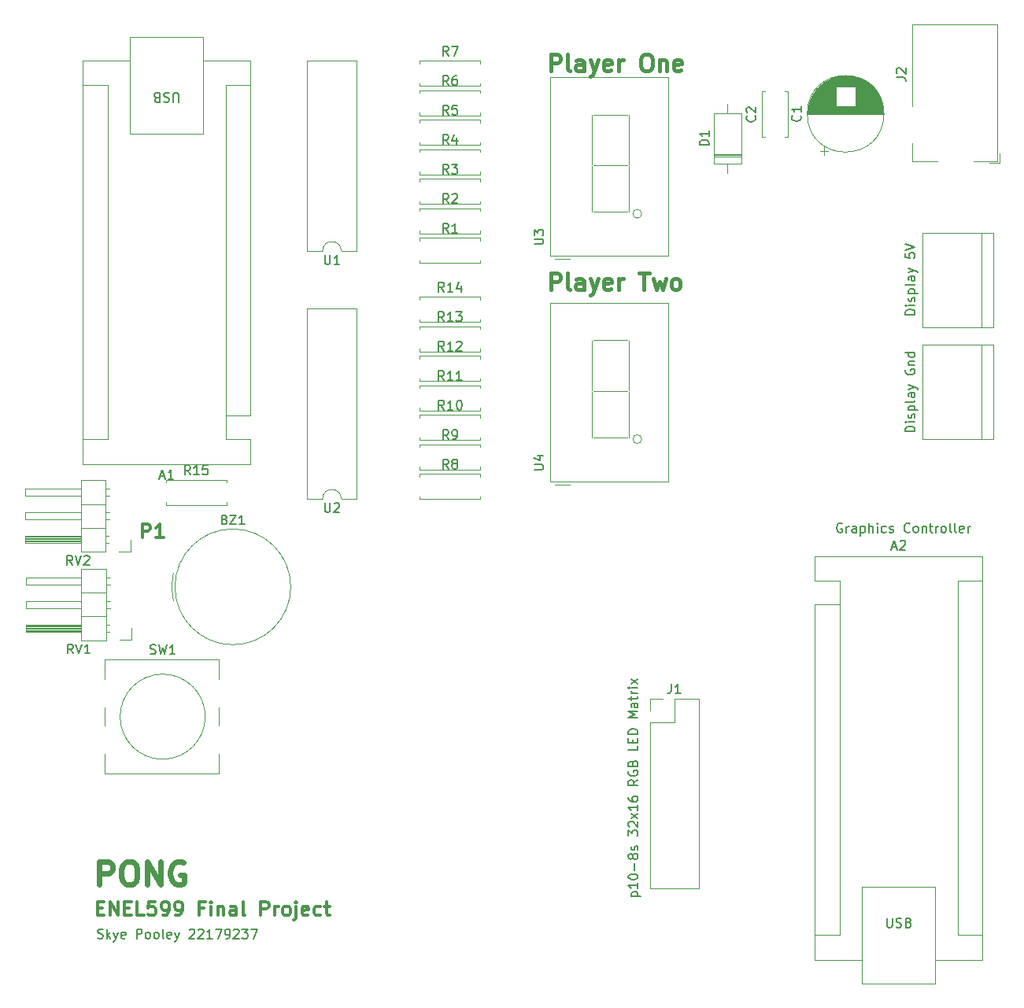
<source format=gbr>
%TF.GenerationSoftware,KiCad,Pcbnew,7.0.6*%
%TF.CreationDate,2023-10-09T17:48:47+13:00*%
%TF.ProjectId,Final Project KiCAD designs,46696e61-6c20-4507-926f-6a656374204b,1*%
%TF.SameCoordinates,Original*%
%TF.FileFunction,Legend,Top*%
%TF.FilePolarity,Positive*%
%FSLAX46Y46*%
G04 Gerber Fmt 4.6, Leading zero omitted, Abs format (unit mm)*
G04 Created by KiCad (PCBNEW 7.0.6) date 2023-10-09 17:48:47*
%MOMM*%
%LPD*%
G01*
G04 APERTURE LIST*
%ADD10C,0.400000*%
%ADD11C,0.300000*%
%ADD12C,0.200000*%
%ADD13C,0.625000*%
%ADD14C,0.150000*%
%ADD15C,0.120000*%
G04 APERTURE END LIST*
D10*
X71811728Y-46113914D02*
X71811728Y-44313914D01*
X71811728Y-44313914D02*
X72497442Y-44313914D01*
X72497442Y-44313914D02*
X72668871Y-44399628D01*
X72668871Y-44399628D02*
X72754585Y-44485342D01*
X72754585Y-44485342D02*
X72840299Y-44656771D01*
X72840299Y-44656771D02*
X72840299Y-44913914D01*
X72840299Y-44913914D02*
X72754585Y-45085342D01*
X72754585Y-45085342D02*
X72668871Y-45171057D01*
X72668871Y-45171057D02*
X72497442Y-45256771D01*
X72497442Y-45256771D02*
X71811728Y-45256771D01*
X73868871Y-46113914D02*
X73697442Y-46028200D01*
X73697442Y-46028200D02*
X73611728Y-45856771D01*
X73611728Y-45856771D02*
X73611728Y-44313914D01*
X75326014Y-46113914D02*
X75326014Y-45171057D01*
X75326014Y-45171057D02*
X75240299Y-44999628D01*
X75240299Y-44999628D02*
X75068871Y-44913914D01*
X75068871Y-44913914D02*
X74726014Y-44913914D01*
X74726014Y-44913914D02*
X74554585Y-44999628D01*
X75326014Y-46028200D02*
X75154585Y-46113914D01*
X75154585Y-46113914D02*
X74726014Y-46113914D01*
X74726014Y-46113914D02*
X74554585Y-46028200D01*
X74554585Y-46028200D02*
X74468871Y-45856771D01*
X74468871Y-45856771D02*
X74468871Y-45685342D01*
X74468871Y-45685342D02*
X74554585Y-45513914D01*
X74554585Y-45513914D02*
X74726014Y-45428200D01*
X74726014Y-45428200D02*
X75154585Y-45428200D01*
X75154585Y-45428200D02*
X75326014Y-45342485D01*
X76011727Y-44913914D02*
X76440299Y-46113914D01*
X76868870Y-44913914D02*
X76440299Y-46113914D01*
X76440299Y-46113914D02*
X76268870Y-46542485D01*
X76268870Y-46542485D02*
X76183156Y-46628200D01*
X76183156Y-46628200D02*
X76011727Y-46713914D01*
X78240299Y-46028200D02*
X78068871Y-46113914D01*
X78068871Y-46113914D02*
X77726014Y-46113914D01*
X77726014Y-46113914D02*
X77554585Y-46028200D01*
X77554585Y-46028200D02*
X77468871Y-45856771D01*
X77468871Y-45856771D02*
X77468871Y-45171057D01*
X77468871Y-45171057D02*
X77554585Y-44999628D01*
X77554585Y-44999628D02*
X77726014Y-44913914D01*
X77726014Y-44913914D02*
X78068871Y-44913914D01*
X78068871Y-44913914D02*
X78240299Y-44999628D01*
X78240299Y-44999628D02*
X78326014Y-45171057D01*
X78326014Y-45171057D02*
X78326014Y-45342485D01*
X78326014Y-45342485D02*
X77468871Y-45513914D01*
X79097442Y-46113914D02*
X79097442Y-44913914D01*
X79097442Y-45256771D02*
X79183156Y-45085342D01*
X79183156Y-45085342D02*
X79268871Y-44999628D01*
X79268871Y-44999628D02*
X79440299Y-44913914D01*
X79440299Y-44913914D02*
X79611728Y-44913914D01*
X81326014Y-44313914D02*
X82354586Y-44313914D01*
X81840300Y-46113914D02*
X81840300Y-44313914D01*
X82783157Y-44913914D02*
X83126015Y-46113914D01*
X83126015Y-46113914D02*
X83468872Y-45256771D01*
X83468872Y-45256771D02*
X83811729Y-46113914D01*
X83811729Y-46113914D02*
X84154586Y-44913914D01*
X85097443Y-46113914D02*
X84926014Y-46028200D01*
X84926014Y-46028200D02*
X84840300Y-45942485D01*
X84840300Y-45942485D02*
X84754586Y-45771057D01*
X84754586Y-45771057D02*
X84754586Y-45256771D01*
X84754586Y-45256771D02*
X84840300Y-45085342D01*
X84840300Y-45085342D02*
X84926014Y-44999628D01*
X84926014Y-44999628D02*
X85097443Y-44913914D01*
X85097443Y-44913914D02*
X85354586Y-44913914D01*
X85354586Y-44913914D02*
X85526014Y-44999628D01*
X85526014Y-44999628D02*
X85611729Y-45085342D01*
X85611729Y-45085342D02*
X85697443Y-45256771D01*
X85697443Y-45256771D02*
X85697443Y-45771057D01*
X85697443Y-45771057D02*
X85611729Y-45942485D01*
X85611729Y-45942485D02*
X85526014Y-46028200D01*
X85526014Y-46028200D02*
X85354586Y-46113914D01*
X85354586Y-46113914D02*
X85097443Y-46113914D01*
X71811728Y-22618914D02*
X71811728Y-20818914D01*
X71811728Y-20818914D02*
X72497442Y-20818914D01*
X72497442Y-20818914D02*
X72668871Y-20904628D01*
X72668871Y-20904628D02*
X72754585Y-20990342D01*
X72754585Y-20990342D02*
X72840299Y-21161771D01*
X72840299Y-21161771D02*
X72840299Y-21418914D01*
X72840299Y-21418914D02*
X72754585Y-21590342D01*
X72754585Y-21590342D02*
X72668871Y-21676057D01*
X72668871Y-21676057D02*
X72497442Y-21761771D01*
X72497442Y-21761771D02*
X71811728Y-21761771D01*
X73868871Y-22618914D02*
X73697442Y-22533200D01*
X73697442Y-22533200D02*
X73611728Y-22361771D01*
X73611728Y-22361771D02*
X73611728Y-20818914D01*
X75326014Y-22618914D02*
X75326014Y-21676057D01*
X75326014Y-21676057D02*
X75240299Y-21504628D01*
X75240299Y-21504628D02*
X75068871Y-21418914D01*
X75068871Y-21418914D02*
X74726014Y-21418914D01*
X74726014Y-21418914D02*
X74554585Y-21504628D01*
X75326014Y-22533200D02*
X75154585Y-22618914D01*
X75154585Y-22618914D02*
X74726014Y-22618914D01*
X74726014Y-22618914D02*
X74554585Y-22533200D01*
X74554585Y-22533200D02*
X74468871Y-22361771D01*
X74468871Y-22361771D02*
X74468871Y-22190342D01*
X74468871Y-22190342D02*
X74554585Y-22018914D01*
X74554585Y-22018914D02*
X74726014Y-21933200D01*
X74726014Y-21933200D02*
X75154585Y-21933200D01*
X75154585Y-21933200D02*
X75326014Y-21847485D01*
X76011727Y-21418914D02*
X76440299Y-22618914D01*
X76868870Y-21418914D02*
X76440299Y-22618914D01*
X76440299Y-22618914D02*
X76268870Y-23047485D01*
X76268870Y-23047485D02*
X76183156Y-23133200D01*
X76183156Y-23133200D02*
X76011727Y-23218914D01*
X78240299Y-22533200D02*
X78068871Y-22618914D01*
X78068871Y-22618914D02*
X77726014Y-22618914D01*
X77726014Y-22618914D02*
X77554585Y-22533200D01*
X77554585Y-22533200D02*
X77468871Y-22361771D01*
X77468871Y-22361771D02*
X77468871Y-21676057D01*
X77468871Y-21676057D02*
X77554585Y-21504628D01*
X77554585Y-21504628D02*
X77726014Y-21418914D01*
X77726014Y-21418914D02*
X78068871Y-21418914D01*
X78068871Y-21418914D02*
X78240299Y-21504628D01*
X78240299Y-21504628D02*
X78326014Y-21676057D01*
X78326014Y-21676057D02*
X78326014Y-21847485D01*
X78326014Y-21847485D02*
X77468871Y-22018914D01*
X79097442Y-22618914D02*
X79097442Y-21418914D01*
X79097442Y-21761771D02*
X79183156Y-21590342D01*
X79183156Y-21590342D02*
X79268871Y-21504628D01*
X79268871Y-21504628D02*
X79440299Y-21418914D01*
X79440299Y-21418914D02*
X79611728Y-21418914D01*
X81926014Y-20818914D02*
X82268871Y-20818914D01*
X82268871Y-20818914D02*
X82440300Y-20904628D01*
X82440300Y-20904628D02*
X82611728Y-21076057D01*
X82611728Y-21076057D02*
X82697443Y-21418914D01*
X82697443Y-21418914D02*
X82697443Y-22018914D01*
X82697443Y-22018914D02*
X82611728Y-22361771D01*
X82611728Y-22361771D02*
X82440300Y-22533200D01*
X82440300Y-22533200D02*
X82268871Y-22618914D01*
X82268871Y-22618914D02*
X81926014Y-22618914D01*
X81926014Y-22618914D02*
X81754586Y-22533200D01*
X81754586Y-22533200D02*
X81583157Y-22361771D01*
X81583157Y-22361771D02*
X81497443Y-22018914D01*
X81497443Y-22018914D02*
X81497443Y-21418914D01*
X81497443Y-21418914D02*
X81583157Y-21076057D01*
X81583157Y-21076057D02*
X81754586Y-20904628D01*
X81754586Y-20904628D02*
X81926014Y-20818914D01*
X83468871Y-21418914D02*
X83468871Y-22618914D01*
X83468871Y-21590342D02*
X83554585Y-21504628D01*
X83554585Y-21504628D02*
X83726014Y-21418914D01*
X83726014Y-21418914D02*
X83983157Y-21418914D01*
X83983157Y-21418914D02*
X84154585Y-21504628D01*
X84154585Y-21504628D02*
X84240300Y-21676057D01*
X84240300Y-21676057D02*
X84240300Y-22618914D01*
X85783156Y-22533200D02*
X85611728Y-22618914D01*
X85611728Y-22618914D02*
X85268871Y-22618914D01*
X85268871Y-22618914D02*
X85097442Y-22533200D01*
X85097442Y-22533200D02*
X85011728Y-22361771D01*
X85011728Y-22361771D02*
X85011728Y-21676057D01*
X85011728Y-21676057D02*
X85097442Y-21504628D01*
X85097442Y-21504628D02*
X85268871Y-21418914D01*
X85268871Y-21418914D02*
X85611728Y-21418914D01*
X85611728Y-21418914D02*
X85783156Y-21504628D01*
X85783156Y-21504628D02*
X85868871Y-21676057D01*
X85868871Y-21676057D02*
X85868871Y-21847485D01*
X85868871Y-21847485D02*
X85011728Y-22018914D01*
D11*
X27859510Y-72825828D02*
X27859510Y-71325828D01*
X27859510Y-71325828D02*
X28430939Y-71325828D01*
X28430939Y-71325828D02*
X28573796Y-71397257D01*
X28573796Y-71397257D02*
X28645225Y-71468685D01*
X28645225Y-71468685D02*
X28716653Y-71611542D01*
X28716653Y-71611542D02*
X28716653Y-71825828D01*
X28716653Y-71825828D02*
X28645225Y-71968685D01*
X28645225Y-71968685D02*
X28573796Y-72040114D01*
X28573796Y-72040114D02*
X28430939Y-72111542D01*
X28430939Y-72111542D02*
X27859510Y-72111542D01*
X30145225Y-72825828D02*
X29288082Y-72825828D01*
X29716653Y-72825828D02*
X29716653Y-71325828D01*
X29716653Y-71325828D02*
X29573796Y-71540114D01*
X29573796Y-71540114D02*
X29430939Y-71682971D01*
X29430939Y-71682971D02*
X29288082Y-71754400D01*
D12*
X103128482Y-71304838D02*
X103033244Y-71257219D01*
X103033244Y-71257219D02*
X102890387Y-71257219D01*
X102890387Y-71257219D02*
X102747530Y-71304838D01*
X102747530Y-71304838D02*
X102652292Y-71400076D01*
X102652292Y-71400076D02*
X102604673Y-71495314D01*
X102604673Y-71495314D02*
X102557054Y-71685790D01*
X102557054Y-71685790D02*
X102557054Y-71828647D01*
X102557054Y-71828647D02*
X102604673Y-72019123D01*
X102604673Y-72019123D02*
X102652292Y-72114361D01*
X102652292Y-72114361D02*
X102747530Y-72209600D01*
X102747530Y-72209600D02*
X102890387Y-72257219D01*
X102890387Y-72257219D02*
X102985625Y-72257219D01*
X102985625Y-72257219D02*
X103128482Y-72209600D01*
X103128482Y-72209600D02*
X103176101Y-72161980D01*
X103176101Y-72161980D02*
X103176101Y-71828647D01*
X103176101Y-71828647D02*
X102985625Y-71828647D01*
X103604673Y-72257219D02*
X103604673Y-71590552D01*
X103604673Y-71781028D02*
X103652292Y-71685790D01*
X103652292Y-71685790D02*
X103699911Y-71638171D01*
X103699911Y-71638171D02*
X103795149Y-71590552D01*
X103795149Y-71590552D02*
X103890387Y-71590552D01*
X104652292Y-72257219D02*
X104652292Y-71733409D01*
X104652292Y-71733409D02*
X104604673Y-71638171D01*
X104604673Y-71638171D02*
X104509435Y-71590552D01*
X104509435Y-71590552D02*
X104318959Y-71590552D01*
X104318959Y-71590552D02*
X104223721Y-71638171D01*
X104652292Y-72209600D02*
X104557054Y-72257219D01*
X104557054Y-72257219D02*
X104318959Y-72257219D01*
X104318959Y-72257219D02*
X104223721Y-72209600D01*
X104223721Y-72209600D02*
X104176102Y-72114361D01*
X104176102Y-72114361D02*
X104176102Y-72019123D01*
X104176102Y-72019123D02*
X104223721Y-71923885D01*
X104223721Y-71923885D02*
X104318959Y-71876266D01*
X104318959Y-71876266D02*
X104557054Y-71876266D01*
X104557054Y-71876266D02*
X104652292Y-71828647D01*
X105128483Y-71590552D02*
X105128483Y-72590552D01*
X105128483Y-71638171D02*
X105223721Y-71590552D01*
X105223721Y-71590552D02*
X105414197Y-71590552D01*
X105414197Y-71590552D02*
X105509435Y-71638171D01*
X105509435Y-71638171D02*
X105557054Y-71685790D01*
X105557054Y-71685790D02*
X105604673Y-71781028D01*
X105604673Y-71781028D02*
X105604673Y-72066742D01*
X105604673Y-72066742D02*
X105557054Y-72161980D01*
X105557054Y-72161980D02*
X105509435Y-72209600D01*
X105509435Y-72209600D02*
X105414197Y-72257219D01*
X105414197Y-72257219D02*
X105223721Y-72257219D01*
X105223721Y-72257219D02*
X105128483Y-72209600D01*
X106033245Y-72257219D02*
X106033245Y-71257219D01*
X106461816Y-72257219D02*
X106461816Y-71733409D01*
X106461816Y-71733409D02*
X106414197Y-71638171D01*
X106414197Y-71638171D02*
X106318959Y-71590552D01*
X106318959Y-71590552D02*
X106176102Y-71590552D01*
X106176102Y-71590552D02*
X106080864Y-71638171D01*
X106080864Y-71638171D02*
X106033245Y-71685790D01*
X106938007Y-72257219D02*
X106938007Y-71590552D01*
X106938007Y-71257219D02*
X106890388Y-71304838D01*
X106890388Y-71304838D02*
X106938007Y-71352457D01*
X106938007Y-71352457D02*
X106985626Y-71304838D01*
X106985626Y-71304838D02*
X106938007Y-71257219D01*
X106938007Y-71257219D02*
X106938007Y-71352457D01*
X107842768Y-72209600D02*
X107747530Y-72257219D01*
X107747530Y-72257219D02*
X107557054Y-72257219D01*
X107557054Y-72257219D02*
X107461816Y-72209600D01*
X107461816Y-72209600D02*
X107414197Y-72161980D01*
X107414197Y-72161980D02*
X107366578Y-72066742D01*
X107366578Y-72066742D02*
X107366578Y-71781028D01*
X107366578Y-71781028D02*
X107414197Y-71685790D01*
X107414197Y-71685790D02*
X107461816Y-71638171D01*
X107461816Y-71638171D02*
X107557054Y-71590552D01*
X107557054Y-71590552D02*
X107747530Y-71590552D01*
X107747530Y-71590552D02*
X107842768Y-71638171D01*
X108223721Y-72209600D02*
X108318959Y-72257219D01*
X108318959Y-72257219D02*
X108509435Y-72257219D01*
X108509435Y-72257219D02*
X108604673Y-72209600D01*
X108604673Y-72209600D02*
X108652292Y-72114361D01*
X108652292Y-72114361D02*
X108652292Y-72066742D01*
X108652292Y-72066742D02*
X108604673Y-71971504D01*
X108604673Y-71971504D02*
X108509435Y-71923885D01*
X108509435Y-71923885D02*
X108366578Y-71923885D01*
X108366578Y-71923885D02*
X108271340Y-71876266D01*
X108271340Y-71876266D02*
X108223721Y-71781028D01*
X108223721Y-71781028D02*
X108223721Y-71733409D01*
X108223721Y-71733409D02*
X108271340Y-71638171D01*
X108271340Y-71638171D02*
X108366578Y-71590552D01*
X108366578Y-71590552D02*
X108509435Y-71590552D01*
X108509435Y-71590552D02*
X108604673Y-71638171D01*
X110414197Y-72161980D02*
X110366578Y-72209600D01*
X110366578Y-72209600D02*
X110223721Y-72257219D01*
X110223721Y-72257219D02*
X110128483Y-72257219D01*
X110128483Y-72257219D02*
X109985626Y-72209600D01*
X109985626Y-72209600D02*
X109890388Y-72114361D01*
X109890388Y-72114361D02*
X109842769Y-72019123D01*
X109842769Y-72019123D02*
X109795150Y-71828647D01*
X109795150Y-71828647D02*
X109795150Y-71685790D01*
X109795150Y-71685790D02*
X109842769Y-71495314D01*
X109842769Y-71495314D02*
X109890388Y-71400076D01*
X109890388Y-71400076D02*
X109985626Y-71304838D01*
X109985626Y-71304838D02*
X110128483Y-71257219D01*
X110128483Y-71257219D02*
X110223721Y-71257219D01*
X110223721Y-71257219D02*
X110366578Y-71304838D01*
X110366578Y-71304838D02*
X110414197Y-71352457D01*
X110985626Y-72257219D02*
X110890388Y-72209600D01*
X110890388Y-72209600D02*
X110842769Y-72161980D01*
X110842769Y-72161980D02*
X110795150Y-72066742D01*
X110795150Y-72066742D02*
X110795150Y-71781028D01*
X110795150Y-71781028D02*
X110842769Y-71685790D01*
X110842769Y-71685790D02*
X110890388Y-71638171D01*
X110890388Y-71638171D02*
X110985626Y-71590552D01*
X110985626Y-71590552D02*
X111128483Y-71590552D01*
X111128483Y-71590552D02*
X111223721Y-71638171D01*
X111223721Y-71638171D02*
X111271340Y-71685790D01*
X111271340Y-71685790D02*
X111318959Y-71781028D01*
X111318959Y-71781028D02*
X111318959Y-72066742D01*
X111318959Y-72066742D02*
X111271340Y-72161980D01*
X111271340Y-72161980D02*
X111223721Y-72209600D01*
X111223721Y-72209600D02*
X111128483Y-72257219D01*
X111128483Y-72257219D02*
X110985626Y-72257219D01*
X111747531Y-71590552D02*
X111747531Y-72257219D01*
X111747531Y-71685790D02*
X111795150Y-71638171D01*
X111795150Y-71638171D02*
X111890388Y-71590552D01*
X111890388Y-71590552D02*
X112033245Y-71590552D01*
X112033245Y-71590552D02*
X112128483Y-71638171D01*
X112128483Y-71638171D02*
X112176102Y-71733409D01*
X112176102Y-71733409D02*
X112176102Y-72257219D01*
X112509436Y-71590552D02*
X112890388Y-71590552D01*
X112652293Y-71257219D02*
X112652293Y-72114361D01*
X112652293Y-72114361D02*
X112699912Y-72209600D01*
X112699912Y-72209600D02*
X112795150Y-72257219D01*
X112795150Y-72257219D02*
X112890388Y-72257219D01*
X113223722Y-72257219D02*
X113223722Y-71590552D01*
X113223722Y-71781028D02*
X113271341Y-71685790D01*
X113271341Y-71685790D02*
X113318960Y-71638171D01*
X113318960Y-71638171D02*
X113414198Y-71590552D01*
X113414198Y-71590552D02*
X113509436Y-71590552D01*
X113985627Y-72257219D02*
X113890389Y-72209600D01*
X113890389Y-72209600D02*
X113842770Y-72161980D01*
X113842770Y-72161980D02*
X113795151Y-72066742D01*
X113795151Y-72066742D02*
X113795151Y-71781028D01*
X113795151Y-71781028D02*
X113842770Y-71685790D01*
X113842770Y-71685790D02*
X113890389Y-71638171D01*
X113890389Y-71638171D02*
X113985627Y-71590552D01*
X113985627Y-71590552D02*
X114128484Y-71590552D01*
X114128484Y-71590552D02*
X114223722Y-71638171D01*
X114223722Y-71638171D02*
X114271341Y-71685790D01*
X114271341Y-71685790D02*
X114318960Y-71781028D01*
X114318960Y-71781028D02*
X114318960Y-72066742D01*
X114318960Y-72066742D02*
X114271341Y-72161980D01*
X114271341Y-72161980D02*
X114223722Y-72209600D01*
X114223722Y-72209600D02*
X114128484Y-72257219D01*
X114128484Y-72257219D02*
X113985627Y-72257219D01*
X114890389Y-72257219D02*
X114795151Y-72209600D01*
X114795151Y-72209600D02*
X114747532Y-72114361D01*
X114747532Y-72114361D02*
X114747532Y-71257219D01*
X115414199Y-72257219D02*
X115318961Y-72209600D01*
X115318961Y-72209600D02*
X115271342Y-72114361D01*
X115271342Y-72114361D02*
X115271342Y-71257219D01*
X116176104Y-72209600D02*
X116080866Y-72257219D01*
X116080866Y-72257219D02*
X115890390Y-72257219D01*
X115890390Y-72257219D02*
X115795152Y-72209600D01*
X115795152Y-72209600D02*
X115747533Y-72114361D01*
X115747533Y-72114361D02*
X115747533Y-71733409D01*
X115747533Y-71733409D02*
X115795152Y-71638171D01*
X115795152Y-71638171D02*
X115890390Y-71590552D01*
X115890390Y-71590552D02*
X116080866Y-71590552D01*
X116080866Y-71590552D02*
X116176104Y-71638171D01*
X116176104Y-71638171D02*
X116223723Y-71733409D01*
X116223723Y-71733409D02*
X116223723Y-71828647D01*
X116223723Y-71828647D02*
X115747533Y-71923885D01*
X116652295Y-72257219D02*
X116652295Y-71590552D01*
X116652295Y-71781028D02*
X116699914Y-71685790D01*
X116699914Y-71685790D02*
X116747533Y-71638171D01*
X116747533Y-71638171D02*
X116842771Y-71590552D01*
X116842771Y-71590552D02*
X116938009Y-71590552D01*
X80480552Y-111390326D02*
X81480552Y-111390326D01*
X80528171Y-111390326D02*
X80480552Y-111295088D01*
X80480552Y-111295088D02*
X80480552Y-111104612D01*
X80480552Y-111104612D02*
X80528171Y-111009374D01*
X80528171Y-111009374D02*
X80575790Y-110961755D01*
X80575790Y-110961755D02*
X80671028Y-110914136D01*
X80671028Y-110914136D02*
X80956742Y-110914136D01*
X80956742Y-110914136D02*
X81051980Y-110961755D01*
X81051980Y-110961755D02*
X81099600Y-111009374D01*
X81099600Y-111009374D02*
X81147219Y-111104612D01*
X81147219Y-111104612D02*
X81147219Y-111295088D01*
X81147219Y-111295088D02*
X81099600Y-111390326D01*
X81147219Y-109961755D02*
X81147219Y-110533183D01*
X81147219Y-110247469D02*
X80147219Y-110247469D01*
X80147219Y-110247469D02*
X80290076Y-110342707D01*
X80290076Y-110342707D02*
X80385314Y-110437945D01*
X80385314Y-110437945D02*
X80432933Y-110533183D01*
X80147219Y-109342707D02*
X80147219Y-109247469D01*
X80147219Y-109247469D02*
X80194838Y-109152231D01*
X80194838Y-109152231D02*
X80242457Y-109104612D01*
X80242457Y-109104612D02*
X80337695Y-109056993D01*
X80337695Y-109056993D02*
X80528171Y-109009374D01*
X80528171Y-109009374D02*
X80766266Y-109009374D01*
X80766266Y-109009374D02*
X80956742Y-109056993D01*
X80956742Y-109056993D02*
X81051980Y-109104612D01*
X81051980Y-109104612D02*
X81099600Y-109152231D01*
X81099600Y-109152231D02*
X81147219Y-109247469D01*
X81147219Y-109247469D02*
X81147219Y-109342707D01*
X81147219Y-109342707D02*
X81099600Y-109437945D01*
X81099600Y-109437945D02*
X81051980Y-109485564D01*
X81051980Y-109485564D02*
X80956742Y-109533183D01*
X80956742Y-109533183D02*
X80766266Y-109580802D01*
X80766266Y-109580802D02*
X80528171Y-109580802D01*
X80528171Y-109580802D02*
X80337695Y-109533183D01*
X80337695Y-109533183D02*
X80242457Y-109485564D01*
X80242457Y-109485564D02*
X80194838Y-109437945D01*
X80194838Y-109437945D02*
X80147219Y-109342707D01*
X80766266Y-108580802D02*
X80766266Y-107818898D01*
X80575790Y-107199850D02*
X80528171Y-107295088D01*
X80528171Y-107295088D02*
X80480552Y-107342707D01*
X80480552Y-107342707D02*
X80385314Y-107390326D01*
X80385314Y-107390326D02*
X80337695Y-107390326D01*
X80337695Y-107390326D02*
X80242457Y-107342707D01*
X80242457Y-107342707D02*
X80194838Y-107295088D01*
X80194838Y-107295088D02*
X80147219Y-107199850D01*
X80147219Y-107199850D02*
X80147219Y-107009374D01*
X80147219Y-107009374D02*
X80194838Y-106914136D01*
X80194838Y-106914136D02*
X80242457Y-106866517D01*
X80242457Y-106866517D02*
X80337695Y-106818898D01*
X80337695Y-106818898D02*
X80385314Y-106818898D01*
X80385314Y-106818898D02*
X80480552Y-106866517D01*
X80480552Y-106866517D02*
X80528171Y-106914136D01*
X80528171Y-106914136D02*
X80575790Y-107009374D01*
X80575790Y-107009374D02*
X80575790Y-107199850D01*
X80575790Y-107199850D02*
X80623409Y-107295088D01*
X80623409Y-107295088D02*
X80671028Y-107342707D01*
X80671028Y-107342707D02*
X80766266Y-107390326D01*
X80766266Y-107390326D02*
X80956742Y-107390326D01*
X80956742Y-107390326D02*
X81051980Y-107342707D01*
X81051980Y-107342707D02*
X81099600Y-107295088D01*
X81099600Y-107295088D02*
X81147219Y-107199850D01*
X81147219Y-107199850D02*
X81147219Y-107009374D01*
X81147219Y-107009374D02*
X81099600Y-106914136D01*
X81099600Y-106914136D02*
X81051980Y-106866517D01*
X81051980Y-106866517D02*
X80956742Y-106818898D01*
X80956742Y-106818898D02*
X80766266Y-106818898D01*
X80766266Y-106818898D02*
X80671028Y-106866517D01*
X80671028Y-106866517D02*
X80623409Y-106914136D01*
X80623409Y-106914136D02*
X80575790Y-107009374D01*
X81099600Y-106437945D02*
X81147219Y-106342707D01*
X81147219Y-106342707D02*
X81147219Y-106152231D01*
X81147219Y-106152231D02*
X81099600Y-106056993D01*
X81099600Y-106056993D02*
X81004361Y-106009374D01*
X81004361Y-106009374D02*
X80956742Y-106009374D01*
X80956742Y-106009374D02*
X80861504Y-106056993D01*
X80861504Y-106056993D02*
X80813885Y-106152231D01*
X80813885Y-106152231D02*
X80813885Y-106295088D01*
X80813885Y-106295088D02*
X80766266Y-106390326D01*
X80766266Y-106390326D02*
X80671028Y-106437945D01*
X80671028Y-106437945D02*
X80623409Y-106437945D01*
X80623409Y-106437945D02*
X80528171Y-106390326D01*
X80528171Y-106390326D02*
X80480552Y-106295088D01*
X80480552Y-106295088D02*
X80480552Y-106152231D01*
X80480552Y-106152231D02*
X80528171Y-106056993D01*
X80147219Y-104914135D02*
X80147219Y-104295088D01*
X80147219Y-104295088D02*
X80528171Y-104628421D01*
X80528171Y-104628421D02*
X80528171Y-104485564D01*
X80528171Y-104485564D02*
X80575790Y-104390326D01*
X80575790Y-104390326D02*
X80623409Y-104342707D01*
X80623409Y-104342707D02*
X80718647Y-104295088D01*
X80718647Y-104295088D02*
X80956742Y-104295088D01*
X80956742Y-104295088D02*
X81051980Y-104342707D01*
X81051980Y-104342707D02*
X81099600Y-104390326D01*
X81099600Y-104390326D02*
X81147219Y-104485564D01*
X81147219Y-104485564D02*
X81147219Y-104771278D01*
X81147219Y-104771278D02*
X81099600Y-104866516D01*
X81099600Y-104866516D02*
X81051980Y-104914135D01*
X80242457Y-103914135D02*
X80194838Y-103866516D01*
X80194838Y-103866516D02*
X80147219Y-103771278D01*
X80147219Y-103771278D02*
X80147219Y-103533183D01*
X80147219Y-103533183D02*
X80194838Y-103437945D01*
X80194838Y-103437945D02*
X80242457Y-103390326D01*
X80242457Y-103390326D02*
X80337695Y-103342707D01*
X80337695Y-103342707D02*
X80432933Y-103342707D01*
X80432933Y-103342707D02*
X80575790Y-103390326D01*
X80575790Y-103390326D02*
X81147219Y-103961754D01*
X81147219Y-103961754D02*
X81147219Y-103342707D01*
X81147219Y-103009373D02*
X80480552Y-102485564D01*
X80480552Y-103009373D02*
X81147219Y-102485564D01*
X81147219Y-101580802D02*
X81147219Y-102152230D01*
X81147219Y-101866516D02*
X80147219Y-101866516D01*
X80147219Y-101866516D02*
X80290076Y-101961754D01*
X80290076Y-101961754D02*
X80385314Y-102056992D01*
X80385314Y-102056992D02*
X80432933Y-102152230D01*
X80147219Y-100723659D02*
X80147219Y-100914135D01*
X80147219Y-100914135D02*
X80194838Y-101009373D01*
X80194838Y-101009373D02*
X80242457Y-101056992D01*
X80242457Y-101056992D02*
X80385314Y-101152230D01*
X80385314Y-101152230D02*
X80575790Y-101199849D01*
X80575790Y-101199849D02*
X80956742Y-101199849D01*
X80956742Y-101199849D02*
X81051980Y-101152230D01*
X81051980Y-101152230D02*
X81099600Y-101104611D01*
X81099600Y-101104611D02*
X81147219Y-101009373D01*
X81147219Y-101009373D02*
X81147219Y-100818897D01*
X81147219Y-100818897D02*
X81099600Y-100723659D01*
X81099600Y-100723659D02*
X81051980Y-100676040D01*
X81051980Y-100676040D02*
X80956742Y-100628421D01*
X80956742Y-100628421D02*
X80718647Y-100628421D01*
X80718647Y-100628421D02*
X80623409Y-100676040D01*
X80623409Y-100676040D02*
X80575790Y-100723659D01*
X80575790Y-100723659D02*
X80528171Y-100818897D01*
X80528171Y-100818897D02*
X80528171Y-101009373D01*
X80528171Y-101009373D02*
X80575790Y-101104611D01*
X80575790Y-101104611D02*
X80623409Y-101152230D01*
X80623409Y-101152230D02*
X80718647Y-101199849D01*
X81147219Y-98866516D02*
X80671028Y-99199849D01*
X81147219Y-99437944D02*
X80147219Y-99437944D01*
X80147219Y-99437944D02*
X80147219Y-99056992D01*
X80147219Y-99056992D02*
X80194838Y-98961754D01*
X80194838Y-98961754D02*
X80242457Y-98914135D01*
X80242457Y-98914135D02*
X80337695Y-98866516D01*
X80337695Y-98866516D02*
X80480552Y-98866516D01*
X80480552Y-98866516D02*
X80575790Y-98914135D01*
X80575790Y-98914135D02*
X80623409Y-98961754D01*
X80623409Y-98961754D02*
X80671028Y-99056992D01*
X80671028Y-99056992D02*
X80671028Y-99437944D01*
X80194838Y-97914135D02*
X80147219Y-98009373D01*
X80147219Y-98009373D02*
X80147219Y-98152230D01*
X80147219Y-98152230D02*
X80194838Y-98295087D01*
X80194838Y-98295087D02*
X80290076Y-98390325D01*
X80290076Y-98390325D02*
X80385314Y-98437944D01*
X80385314Y-98437944D02*
X80575790Y-98485563D01*
X80575790Y-98485563D02*
X80718647Y-98485563D01*
X80718647Y-98485563D02*
X80909123Y-98437944D01*
X80909123Y-98437944D02*
X81004361Y-98390325D01*
X81004361Y-98390325D02*
X81099600Y-98295087D01*
X81099600Y-98295087D02*
X81147219Y-98152230D01*
X81147219Y-98152230D02*
X81147219Y-98056992D01*
X81147219Y-98056992D02*
X81099600Y-97914135D01*
X81099600Y-97914135D02*
X81051980Y-97866516D01*
X81051980Y-97866516D02*
X80718647Y-97866516D01*
X80718647Y-97866516D02*
X80718647Y-98056992D01*
X80623409Y-97104611D02*
X80671028Y-96961754D01*
X80671028Y-96961754D02*
X80718647Y-96914135D01*
X80718647Y-96914135D02*
X80813885Y-96866516D01*
X80813885Y-96866516D02*
X80956742Y-96866516D01*
X80956742Y-96866516D02*
X81051980Y-96914135D01*
X81051980Y-96914135D02*
X81099600Y-96961754D01*
X81099600Y-96961754D02*
X81147219Y-97056992D01*
X81147219Y-97056992D02*
X81147219Y-97437944D01*
X81147219Y-97437944D02*
X80147219Y-97437944D01*
X80147219Y-97437944D02*
X80147219Y-97104611D01*
X80147219Y-97104611D02*
X80194838Y-97009373D01*
X80194838Y-97009373D02*
X80242457Y-96961754D01*
X80242457Y-96961754D02*
X80337695Y-96914135D01*
X80337695Y-96914135D02*
X80432933Y-96914135D01*
X80432933Y-96914135D02*
X80528171Y-96961754D01*
X80528171Y-96961754D02*
X80575790Y-97009373D01*
X80575790Y-97009373D02*
X80623409Y-97104611D01*
X80623409Y-97104611D02*
X80623409Y-97437944D01*
X81147219Y-95199849D02*
X81147219Y-95676039D01*
X81147219Y-95676039D02*
X80147219Y-95676039D01*
X80623409Y-94866515D02*
X80623409Y-94533182D01*
X81147219Y-94390325D02*
X81147219Y-94866515D01*
X81147219Y-94866515D02*
X80147219Y-94866515D01*
X80147219Y-94866515D02*
X80147219Y-94390325D01*
X81147219Y-93961753D02*
X80147219Y-93961753D01*
X80147219Y-93961753D02*
X80147219Y-93723658D01*
X80147219Y-93723658D02*
X80194838Y-93580801D01*
X80194838Y-93580801D02*
X80290076Y-93485563D01*
X80290076Y-93485563D02*
X80385314Y-93437944D01*
X80385314Y-93437944D02*
X80575790Y-93390325D01*
X80575790Y-93390325D02*
X80718647Y-93390325D01*
X80718647Y-93390325D02*
X80909123Y-93437944D01*
X80909123Y-93437944D02*
X81004361Y-93485563D01*
X81004361Y-93485563D02*
X81099600Y-93580801D01*
X81099600Y-93580801D02*
X81147219Y-93723658D01*
X81147219Y-93723658D02*
X81147219Y-93961753D01*
X81147219Y-92199848D02*
X80147219Y-92199848D01*
X80147219Y-92199848D02*
X80861504Y-91866515D01*
X80861504Y-91866515D02*
X80147219Y-91533182D01*
X80147219Y-91533182D02*
X81147219Y-91533182D01*
X81147219Y-90628420D02*
X80623409Y-90628420D01*
X80623409Y-90628420D02*
X80528171Y-90676039D01*
X80528171Y-90676039D02*
X80480552Y-90771277D01*
X80480552Y-90771277D02*
X80480552Y-90961753D01*
X80480552Y-90961753D02*
X80528171Y-91056991D01*
X81099600Y-90628420D02*
X81147219Y-90723658D01*
X81147219Y-90723658D02*
X81147219Y-90961753D01*
X81147219Y-90961753D02*
X81099600Y-91056991D01*
X81099600Y-91056991D02*
X81004361Y-91104610D01*
X81004361Y-91104610D02*
X80909123Y-91104610D01*
X80909123Y-91104610D02*
X80813885Y-91056991D01*
X80813885Y-91056991D02*
X80766266Y-90961753D01*
X80766266Y-90961753D02*
X80766266Y-90723658D01*
X80766266Y-90723658D02*
X80718647Y-90628420D01*
X80480552Y-90295086D02*
X80480552Y-89914134D01*
X80147219Y-90152229D02*
X81004361Y-90152229D01*
X81004361Y-90152229D02*
X81099600Y-90104610D01*
X81099600Y-90104610D02*
X81147219Y-90009372D01*
X81147219Y-90009372D02*
X81147219Y-89914134D01*
X81147219Y-89580800D02*
X80480552Y-89580800D01*
X80671028Y-89580800D02*
X80575790Y-89533181D01*
X80575790Y-89533181D02*
X80528171Y-89485562D01*
X80528171Y-89485562D02*
X80480552Y-89390324D01*
X80480552Y-89390324D02*
X80480552Y-89295086D01*
X81147219Y-88961752D02*
X80480552Y-88961752D01*
X80147219Y-88961752D02*
X80194838Y-89009371D01*
X80194838Y-89009371D02*
X80242457Y-88961752D01*
X80242457Y-88961752D02*
X80194838Y-88914133D01*
X80194838Y-88914133D02*
X80147219Y-88961752D01*
X80147219Y-88961752D02*
X80242457Y-88961752D01*
X81147219Y-88580800D02*
X80480552Y-88056991D01*
X80480552Y-88580800D02*
X81147219Y-88056991D01*
X23055054Y-115897600D02*
X23197911Y-115945219D01*
X23197911Y-115945219D02*
X23436006Y-115945219D01*
X23436006Y-115945219D02*
X23531244Y-115897600D01*
X23531244Y-115897600D02*
X23578863Y-115849980D01*
X23578863Y-115849980D02*
X23626482Y-115754742D01*
X23626482Y-115754742D02*
X23626482Y-115659504D01*
X23626482Y-115659504D02*
X23578863Y-115564266D01*
X23578863Y-115564266D02*
X23531244Y-115516647D01*
X23531244Y-115516647D02*
X23436006Y-115469028D01*
X23436006Y-115469028D02*
X23245530Y-115421409D01*
X23245530Y-115421409D02*
X23150292Y-115373790D01*
X23150292Y-115373790D02*
X23102673Y-115326171D01*
X23102673Y-115326171D02*
X23055054Y-115230933D01*
X23055054Y-115230933D02*
X23055054Y-115135695D01*
X23055054Y-115135695D02*
X23102673Y-115040457D01*
X23102673Y-115040457D02*
X23150292Y-114992838D01*
X23150292Y-114992838D02*
X23245530Y-114945219D01*
X23245530Y-114945219D02*
X23483625Y-114945219D01*
X23483625Y-114945219D02*
X23626482Y-114992838D01*
X24055054Y-115945219D02*
X24055054Y-114945219D01*
X24150292Y-115564266D02*
X24436006Y-115945219D01*
X24436006Y-115278552D02*
X24055054Y-115659504D01*
X24769340Y-115278552D02*
X25007435Y-115945219D01*
X25245530Y-115278552D02*
X25007435Y-115945219D01*
X25007435Y-115945219D02*
X24912197Y-116183314D01*
X24912197Y-116183314D02*
X24864578Y-116230933D01*
X24864578Y-116230933D02*
X24769340Y-116278552D01*
X26007435Y-115897600D02*
X25912197Y-115945219D01*
X25912197Y-115945219D02*
X25721721Y-115945219D01*
X25721721Y-115945219D02*
X25626483Y-115897600D01*
X25626483Y-115897600D02*
X25578864Y-115802361D01*
X25578864Y-115802361D02*
X25578864Y-115421409D01*
X25578864Y-115421409D02*
X25626483Y-115326171D01*
X25626483Y-115326171D02*
X25721721Y-115278552D01*
X25721721Y-115278552D02*
X25912197Y-115278552D01*
X25912197Y-115278552D02*
X26007435Y-115326171D01*
X26007435Y-115326171D02*
X26055054Y-115421409D01*
X26055054Y-115421409D02*
X26055054Y-115516647D01*
X26055054Y-115516647D02*
X25578864Y-115611885D01*
X27245531Y-115945219D02*
X27245531Y-114945219D01*
X27245531Y-114945219D02*
X27626483Y-114945219D01*
X27626483Y-114945219D02*
X27721721Y-114992838D01*
X27721721Y-114992838D02*
X27769340Y-115040457D01*
X27769340Y-115040457D02*
X27816959Y-115135695D01*
X27816959Y-115135695D02*
X27816959Y-115278552D01*
X27816959Y-115278552D02*
X27769340Y-115373790D01*
X27769340Y-115373790D02*
X27721721Y-115421409D01*
X27721721Y-115421409D02*
X27626483Y-115469028D01*
X27626483Y-115469028D02*
X27245531Y-115469028D01*
X28388388Y-115945219D02*
X28293150Y-115897600D01*
X28293150Y-115897600D02*
X28245531Y-115849980D01*
X28245531Y-115849980D02*
X28197912Y-115754742D01*
X28197912Y-115754742D02*
X28197912Y-115469028D01*
X28197912Y-115469028D02*
X28245531Y-115373790D01*
X28245531Y-115373790D02*
X28293150Y-115326171D01*
X28293150Y-115326171D02*
X28388388Y-115278552D01*
X28388388Y-115278552D02*
X28531245Y-115278552D01*
X28531245Y-115278552D02*
X28626483Y-115326171D01*
X28626483Y-115326171D02*
X28674102Y-115373790D01*
X28674102Y-115373790D02*
X28721721Y-115469028D01*
X28721721Y-115469028D02*
X28721721Y-115754742D01*
X28721721Y-115754742D02*
X28674102Y-115849980D01*
X28674102Y-115849980D02*
X28626483Y-115897600D01*
X28626483Y-115897600D02*
X28531245Y-115945219D01*
X28531245Y-115945219D02*
X28388388Y-115945219D01*
X29293150Y-115945219D02*
X29197912Y-115897600D01*
X29197912Y-115897600D02*
X29150293Y-115849980D01*
X29150293Y-115849980D02*
X29102674Y-115754742D01*
X29102674Y-115754742D02*
X29102674Y-115469028D01*
X29102674Y-115469028D02*
X29150293Y-115373790D01*
X29150293Y-115373790D02*
X29197912Y-115326171D01*
X29197912Y-115326171D02*
X29293150Y-115278552D01*
X29293150Y-115278552D02*
X29436007Y-115278552D01*
X29436007Y-115278552D02*
X29531245Y-115326171D01*
X29531245Y-115326171D02*
X29578864Y-115373790D01*
X29578864Y-115373790D02*
X29626483Y-115469028D01*
X29626483Y-115469028D02*
X29626483Y-115754742D01*
X29626483Y-115754742D02*
X29578864Y-115849980D01*
X29578864Y-115849980D02*
X29531245Y-115897600D01*
X29531245Y-115897600D02*
X29436007Y-115945219D01*
X29436007Y-115945219D02*
X29293150Y-115945219D01*
X30197912Y-115945219D02*
X30102674Y-115897600D01*
X30102674Y-115897600D02*
X30055055Y-115802361D01*
X30055055Y-115802361D02*
X30055055Y-114945219D01*
X30959817Y-115897600D02*
X30864579Y-115945219D01*
X30864579Y-115945219D02*
X30674103Y-115945219D01*
X30674103Y-115945219D02*
X30578865Y-115897600D01*
X30578865Y-115897600D02*
X30531246Y-115802361D01*
X30531246Y-115802361D02*
X30531246Y-115421409D01*
X30531246Y-115421409D02*
X30578865Y-115326171D01*
X30578865Y-115326171D02*
X30674103Y-115278552D01*
X30674103Y-115278552D02*
X30864579Y-115278552D01*
X30864579Y-115278552D02*
X30959817Y-115326171D01*
X30959817Y-115326171D02*
X31007436Y-115421409D01*
X31007436Y-115421409D02*
X31007436Y-115516647D01*
X31007436Y-115516647D02*
X30531246Y-115611885D01*
X31340770Y-115278552D02*
X31578865Y-115945219D01*
X31816960Y-115278552D02*
X31578865Y-115945219D01*
X31578865Y-115945219D02*
X31483627Y-116183314D01*
X31483627Y-116183314D02*
X31436008Y-116230933D01*
X31436008Y-116230933D02*
X31340770Y-116278552D01*
X32912199Y-115040457D02*
X32959818Y-114992838D01*
X32959818Y-114992838D02*
X33055056Y-114945219D01*
X33055056Y-114945219D02*
X33293151Y-114945219D01*
X33293151Y-114945219D02*
X33388389Y-114992838D01*
X33388389Y-114992838D02*
X33436008Y-115040457D01*
X33436008Y-115040457D02*
X33483627Y-115135695D01*
X33483627Y-115135695D02*
X33483627Y-115230933D01*
X33483627Y-115230933D02*
X33436008Y-115373790D01*
X33436008Y-115373790D02*
X32864580Y-115945219D01*
X32864580Y-115945219D02*
X33483627Y-115945219D01*
X33864580Y-115040457D02*
X33912199Y-114992838D01*
X33912199Y-114992838D02*
X34007437Y-114945219D01*
X34007437Y-114945219D02*
X34245532Y-114945219D01*
X34245532Y-114945219D02*
X34340770Y-114992838D01*
X34340770Y-114992838D02*
X34388389Y-115040457D01*
X34388389Y-115040457D02*
X34436008Y-115135695D01*
X34436008Y-115135695D02*
X34436008Y-115230933D01*
X34436008Y-115230933D02*
X34388389Y-115373790D01*
X34388389Y-115373790D02*
X33816961Y-115945219D01*
X33816961Y-115945219D02*
X34436008Y-115945219D01*
X35388389Y-115945219D02*
X34816961Y-115945219D01*
X35102675Y-115945219D02*
X35102675Y-114945219D01*
X35102675Y-114945219D02*
X35007437Y-115088076D01*
X35007437Y-115088076D02*
X34912199Y-115183314D01*
X34912199Y-115183314D02*
X34816961Y-115230933D01*
X35721723Y-114945219D02*
X36388389Y-114945219D01*
X36388389Y-114945219D02*
X35959818Y-115945219D01*
X36816961Y-115945219D02*
X37007437Y-115945219D01*
X37007437Y-115945219D02*
X37102675Y-115897600D01*
X37102675Y-115897600D02*
X37150294Y-115849980D01*
X37150294Y-115849980D02*
X37245532Y-115707123D01*
X37245532Y-115707123D02*
X37293151Y-115516647D01*
X37293151Y-115516647D02*
X37293151Y-115135695D01*
X37293151Y-115135695D02*
X37245532Y-115040457D01*
X37245532Y-115040457D02*
X37197913Y-114992838D01*
X37197913Y-114992838D02*
X37102675Y-114945219D01*
X37102675Y-114945219D02*
X36912199Y-114945219D01*
X36912199Y-114945219D02*
X36816961Y-114992838D01*
X36816961Y-114992838D02*
X36769342Y-115040457D01*
X36769342Y-115040457D02*
X36721723Y-115135695D01*
X36721723Y-115135695D02*
X36721723Y-115373790D01*
X36721723Y-115373790D02*
X36769342Y-115469028D01*
X36769342Y-115469028D02*
X36816961Y-115516647D01*
X36816961Y-115516647D02*
X36912199Y-115564266D01*
X36912199Y-115564266D02*
X37102675Y-115564266D01*
X37102675Y-115564266D02*
X37197913Y-115516647D01*
X37197913Y-115516647D02*
X37245532Y-115469028D01*
X37245532Y-115469028D02*
X37293151Y-115373790D01*
X37674104Y-115040457D02*
X37721723Y-114992838D01*
X37721723Y-114992838D02*
X37816961Y-114945219D01*
X37816961Y-114945219D02*
X38055056Y-114945219D01*
X38055056Y-114945219D02*
X38150294Y-114992838D01*
X38150294Y-114992838D02*
X38197913Y-115040457D01*
X38197913Y-115040457D02*
X38245532Y-115135695D01*
X38245532Y-115135695D02*
X38245532Y-115230933D01*
X38245532Y-115230933D02*
X38197913Y-115373790D01*
X38197913Y-115373790D02*
X37626485Y-115945219D01*
X37626485Y-115945219D02*
X38245532Y-115945219D01*
X38578866Y-114945219D02*
X39197913Y-114945219D01*
X39197913Y-114945219D02*
X38864580Y-115326171D01*
X38864580Y-115326171D02*
X39007437Y-115326171D01*
X39007437Y-115326171D02*
X39102675Y-115373790D01*
X39102675Y-115373790D02*
X39150294Y-115421409D01*
X39150294Y-115421409D02*
X39197913Y-115516647D01*
X39197913Y-115516647D02*
X39197913Y-115754742D01*
X39197913Y-115754742D02*
X39150294Y-115849980D01*
X39150294Y-115849980D02*
X39102675Y-115897600D01*
X39102675Y-115897600D02*
X39007437Y-115945219D01*
X39007437Y-115945219D02*
X38721723Y-115945219D01*
X38721723Y-115945219D02*
X38626485Y-115897600D01*
X38626485Y-115897600D02*
X38578866Y-115849980D01*
X39531247Y-114945219D02*
X40197913Y-114945219D01*
X40197913Y-114945219D02*
X39769342Y-115945219D01*
D13*
X23231422Y-110151547D02*
X23231422Y-107651547D01*
X23231422Y-107651547D02*
X24183803Y-107651547D01*
X24183803Y-107651547D02*
X24421898Y-107770595D01*
X24421898Y-107770595D02*
X24540945Y-107889642D01*
X24540945Y-107889642D02*
X24659993Y-108127738D01*
X24659993Y-108127738D02*
X24659993Y-108484880D01*
X24659993Y-108484880D02*
X24540945Y-108722976D01*
X24540945Y-108722976D02*
X24421898Y-108842023D01*
X24421898Y-108842023D02*
X24183803Y-108961071D01*
X24183803Y-108961071D02*
X23231422Y-108961071D01*
X26207612Y-107651547D02*
X26683803Y-107651547D01*
X26683803Y-107651547D02*
X26921898Y-107770595D01*
X26921898Y-107770595D02*
X27159993Y-108008690D01*
X27159993Y-108008690D02*
X27279041Y-108484880D01*
X27279041Y-108484880D02*
X27279041Y-109318214D01*
X27279041Y-109318214D02*
X27159993Y-109794404D01*
X27159993Y-109794404D02*
X26921898Y-110032500D01*
X26921898Y-110032500D02*
X26683803Y-110151547D01*
X26683803Y-110151547D02*
X26207612Y-110151547D01*
X26207612Y-110151547D02*
X25969517Y-110032500D01*
X25969517Y-110032500D02*
X25731422Y-109794404D01*
X25731422Y-109794404D02*
X25612374Y-109318214D01*
X25612374Y-109318214D02*
X25612374Y-108484880D01*
X25612374Y-108484880D02*
X25731422Y-108008690D01*
X25731422Y-108008690D02*
X25969517Y-107770595D01*
X25969517Y-107770595D02*
X26207612Y-107651547D01*
X28350470Y-110151547D02*
X28350470Y-107651547D01*
X28350470Y-107651547D02*
X29779041Y-110151547D01*
X29779041Y-110151547D02*
X29779041Y-107651547D01*
X32279041Y-107770595D02*
X32040946Y-107651547D01*
X32040946Y-107651547D02*
X31683803Y-107651547D01*
X31683803Y-107651547D02*
X31326660Y-107770595D01*
X31326660Y-107770595D02*
X31088565Y-108008690D01*
X31088565Y-108008690D02*
X30969518Y-108246785D01*
X30969518Y-108246785D02*
X30850470Y-108722976D01*
X30850470Y-108722976D02*
X30850470Y-109080119D01*
X30850470Y-109080119D02*
X30969518Y-109556309D01*
X30969518Y-109556309D02*
X31088565Y-109794404D01*
X31088565Y-109794404D02*
X31326660Y-110032500D01*
X31326660Y-110032500D02*
X31683803Y-110151547D01*
X31683803Y-110151547D02*
X31921899Y-110151547D01*
X31921899Y-110151547D02*
X32279041Y-110032500D01*
X32279041Y-110032500D02*
X32398089Y-109913452D01*
X32398089Y-109913452D02*
X32398089Y-109080119D01*
X32398089Y-109080119D02*
X31921899Y-109080119D01*
D11*
X23033510Y-112680114D02*
X23533510Y-112680114D01*
X23747796Y-113465828D02*
X23033510Y-113465828D01*
X23033510Y-113465828D02*
X23033510Y-111965828D01*
X23033510Y-111965828D02*
X23747796Y-111965828D01*
X24390653Y-113465828D02*
X24390653Y-111965828D01*
X24390653Y-111965828D02*
X25247796Y-113465828D01*
X25247796Y-113465828D02*
X25247796Y-111965828D01*
X25962082Y-112680114D02*
X26462082Y-112680114D01*
X26676368Y-113465828D02*
X25962082Y-113465828D01*
X25962082Y-113465828D02*
X25962082Y-111965828D01*
X25962082Y-111965828D02*
X26676368Y-111965828D01*
X28033511Y-113465828D02*
X27319225Y-113465828D01*
X27319225Y-113465828D02*
X27319225Y-111965828D01*
X29247797Y-111965828D02*
X28533511Y-111965828D01*
X28533511Y-111965828D02*
X28462083Y-112680114D01*
X28462083Y-112680114D02*
X28533511Y-112608685D01*
X28533511Y-112608685D02*
X28676369Y-112537257D01*
X28676369Y-112537257D02*
X29033511Y-112537257D01*
X29033511Y-112537257D02*
X29176369Y-112608685D01*
X29176369Y-112608685D02*
X29247797Y-112680114D01*
X29247797Y-112680114D02*
X29319226Y-112822971D01*
X29319226Y-112822971D02*
X29319226Y-113180114D01*
X29319226Y-113180114D02*
X29247797Y-113322971D01*
X29247797Y-113322971D02*
X29176369Y-113394400D01*
X29176369Y-113394400D02*
X29033511Y-113465828D01*
X29033511Y-113465828D02*
X28676369Y-113465828D01*
X28676369Y-113465828D02*
X28533511Y-113394400D01*
X28533511Y-113394400D02*
X28462083Y-113322971D01*
X30033511Y-113465828D02*
X30319225Y-113465828D01*
X30319225Y-113465828D02*
X30462082Y-113394400D01*
X30462082Y-113394400D02*
X30533511Y-113322971D01*
X30533511Y-113322971D02*
X30676368Y-113108685D01*
X30676368Y-113108685D02*
X30747797Y-112822971D01*
X30747797Y-112822971D02*
X30747797Y-112251542D01*
X30747797Y-112251542D02*
X30676368Y-112108685D01*
X30676368Y-112108685D02*
X30604940Y-112037257D01*
X30604940Y-112037257D02*
X30462082Y-111965828D01*
X30462082Y-111965828D02*
X30176368Y-111965828D01*
X30176368Y-111965828D02*
X30033511Y-112037257D01*
X30033511Y-112037257D02*
X29962082Y-112108685D01*
X29962082Y-112108685D02*
X29890654Y-112251542D01*
X29890654Y-112251542D02*
X29890654Y-112608685D01*
X29890654Y-112608685D02*
X29962082Y-112751542D01*
X29962082Y-112751542D02*
X30033511Y-112822971D01*
X30033511Y-112822971D02*
X30176368Y-112894400D01*
X30176368Y-112894400D02*
X30462082Y-112894400D01*
X30462082Y-112894400D02*
X30604940Y-112822971D01*
X30604940Y-112822971D02*
X30676368Y-112751542D01*
X30676368Y-112751542D02*
X30747797Y-112608685D01*
X31462082Y-113465828D02*
X31747796Y-113465828D01*
X31747796Y-113465828D02*
X31890653Y-113394400D01*
X31890653Y-113394400D02*
X31962082Y-113322971D01*
X31962082Y-113322971D02*
X32104939Y-113108685D01*
X32104939Y-113108685D02*
X32176368Y-112822971D01*
X32176368Y-112822971D02*
X32176368Y-112251542D01*
X32176368Y-112251542D02*
X32104939Y-112108685D01*
X32104939Y-112108685D02*
X32033511Y-112037257D01*
X32033511Y-112037257D02*
X31890653Y-111965828D01*
X31890653Y-111965828D02*
X31604939Y-111965828D01*
X31604939Y-111965828D02*
X31462082Y-112037257D01*
X31462082Y-112037257D02*
X31390653Y-112108685D01*
X31390653Y-112108685D02*
X31319225Y-112251542D01*
X31319225Y-112251542D02*
X31319225Y-112608685D01*
X31319225Y-112608685D02*
X31390653Y-112751542D01*
X31390653Y-112751542D02*
X31462082Y-112822971D01*
X31462082Y-112822971D02*
X31604939Y-112894400D01*
X31604939Y-112894400D02*
X31890653Y-112894400D01*
X31890653Y-112894400D02*
X32033511Y-112822971D01*
X32033511Y-112822971D02*
X32104939Y-112751542D01*
X32104939Y-112751542D02*
X32176368Y-112608685D01*
X34462081Y-112680114D02*
X33962081Y-112680114D01*
X33962081Y-113465828D02*
X33962081Y-111965828D01*
X33962081Y-111965828D02*
X34676367Y-111965828D01*
X35247795Y-113465828D02*
X35247795Y-112465828D01*
X35247795Y-111965828D02*
X35176367Y-112037257D01*
X35176367Y-112037257D02*
X35247795Y-112108685D01*
X35247795Y-112108685D02*
X35319224Y-112037257D01*
X35319224Y-112037257D02*
X35247795Y-111965828D01*
X35247795Y-111965828D02*
X35247795Y-112108685D01*
X35962081Y-112465828D02*
X35962081Y-113465828D01*
X35962081Y-112608685D02*
X36033510Y-112537257D01*
X36033510Y-112537257D02*
X36176367Y-112465828D01*
X36176367Y-112465828D02*
X36390653Y-112465828D01*
X36390653Y-112465828D02*
X36533510Y-112537257D01*
X36533510Y-112537257D02*
X36604939Y-112680114D01*
X36604939Y-112680114D02*
X36604939Y-113465828D01*
X37962082Y-113465828D02*
X37962082Y-112680114D01*
X37962082Y-112680114D02*
X37890653Y-112537257D01*
X37890653Y-112537257D02*
X37747796Y-112465828D01*
X37747796Y-112465828D02*
X37462082Y-112465828D01*
X37462082Y-112465828D02*
X37319224Y-112537257D01*
X37962082Y-113394400D02*
X37819224Y-113465828D01*
X37819224Y-113465828D02*
X37462082Y-113465828D01*
X37462082Y-113465828D02*
X37319224Y-113394400D01*
X37319224Y-113394400D02*
X37247796Y-113251542D01*
X37247796Y-113251542D02*
X37247796Y-113108685D01*
X37247796Y-113108685D02*
X37319224Y-112965828D01*
X37319224Y-112965828D02*
X37462082Y-112894400D01*
X37462082Y-112894400D02*
X37819224Y-112894400D01*
X37819224Y-112894400D02*
X37962082Y-112822971D01*
X38890653Y-113465828D02*
X38747796Y-113394400D01*
X38747796Y-113394400D02*
X38676367Y-113251542D01*
X38676367Y-113251542D02*
X38676367Y-111965828D01*
X40604938Y-113465828D02*
X40604938Y-111965828D01*
X40604938Y-111965828D02*
X41176367Y-111965828D01*
X41176367Y-111965828D02*
X41319224Y-112037257D01*
X41319224Y-112037257D02*
X41390653Y-112108685D01*
X41390653Y-112108685D02*
X41462081Y-112251542D01*
X41462081Y-112251542D02*
X41462081Y-112465828D01*
X41462081Y-112465828D02*
X41390653Y-112608685D01*
X41390653Y-112608685D02*
X41319224Y-112680114D01*
X41319224Y-112680114D02*
X41176367Y-112751542D01*
X41176367Y-112751542D02*
X40604938Y-112751542D01*
X42104938Y-113465828D02*
X42104938Y-112465828D01*
X42104938Y-112751542D02*
X42176367Y-112608685D01*
X42176367Y-112608685D02*
X42247796Y-112537257D01*
X42247796Y-112537257D02*
X42390653Y-112465828D01*
X42390653Y-112465828D02*
X42533510Y-112465828D01*
X43247795Y-113465828D02*
X43104938Y-113394400D01*
X43104938Y-113394400D02*
X43033509Y-113322971D01*
X43033509Y-113322971D02*
X42962081Y-113180114D01*
X42962081Y-113180114D02*
X42962081Y-112751542D01*
X42962081Y-112751542D02*
X43033509Y-112608685D01*
X43033509Y-112608685D02*
X43104938Y-112537257D01*
X43104938Y-112537257D02*
X43247795Y-112465828D01*
X43247795Y-112465828D02*
X43462081Y-112465828D01*
X43462081Y-112465828D02*
X43604938Y-112537257D01*
X43604938Y-112537257D02*
X43676367Y-112608685D01*
X43676367Y-112608685D02*
X43747795Y-112751542D01*
X43747795Y-112751542D02*
X43747795Y-113180114D01*
X43747795Y-113180114D02*
X43676367Y-113322971D01*
X43676367Y-113322971D02*
X43604938Y-113394400D01*
X43604938Y-113394400D02*
X43462081Y-113465828D01*
X43462081Y-113465828D02*
X43247795Y-113465828D01*
X44390652Y-112465828D02*
X44390652Y-113751542D01*
X44390652Y-113751542D02*
X44319224Y-113894400D01*
X44319224Y-113894400D02*
X44176367Y-113965828D01*
X44176367Y-113965828D02*
X44104938Y-113965828D01*
X44390652Y-111965828D02*
X44319224Y-112037257D01*
X44319224Y-112037257D02*
X44390652Y-112108685D01*
X44390652Y-112108685D02*
X44462081Y-112037257D01*
X44462081Y-112037257D02*
X44390652Y-111965828D01*
X44390652Y-111965828D02*
X44390652Y-112108685D01*
X45676367Y-113394400D02*
X45533510Y-113465828D01*
X45533510Y-113465828D02*
X45247796Y-113465828D01*
X45247796Y-113465828D02*
X45104938Y-113394400D01*
X45104938Y-113394400D02*
X45033510Y-113251542D01*
X45033510Y-113251542D02*
X45033510Y-112680114D01*
X45033510Y-112680114D02*
X45104938Y-112537257D01*
X45104938Y-112537257D02*
X45247796Y-112465828D01*
X45247796Y-112465828D02*
X45533510Y-112465828D01*
X45533510Y-112465828D02*
X45676367Y-112537257D01*
X45676367Y-112537257D02*
X45747796Y-112680114D01*
X45747796Y-112680114D02*
X45747796Y-112822971D01*
X45747796Y-112822971D02*
X45033510Y-112965828D01*
X47033510Y-113394400D02*
X46890652Y-113465828D01*
X46890652Y-113465828D02*
X46604938Y-113465828D01*
X46604938Y-113465828D02*
X46462081Y-113394400D01*
X46462081Y-113394400D02*
X46390652Y-113322971D01*
X46390652Y-113322971D02*
X46319224Y-113180114D01*
X46319224Y-113180114D02*
X46319224Y-112751542D01*
X46319224Y-112751542D02*
X46390652Y-112608685D01*
X46390652Y-112608685D02*
X46462081Y-112537257D01*
X46462081Y-112537257D02*
X46604938Y-112465828D01*
X46604938Y-112465828D02*
X46890652Y-112465828D01*
X46890652Y-112465828D02*
X47033510Y-112537257D01*
X47462081Y-112465828D02*
X48033509Y-112465828D01*
X47676366Y-111965828D02*
X47676366Y-113251542D01*
X47676366Y-113251542D02*
X47747795Y-113394400D01*
X47747795Y-113394400D02*
X47890652Y-113465828D01*
X47890652Y-113465828D02*
X48033509Y-113465828D01*
D14*
X47488095Y-42409819D02*
X47488095Y-43219342D01*
X47488095Y-43219342D02*
X47535714Y-43314580D01*
X47535714Y-43314580D02*
X47583333Y-43362200D01*
X47583333Y-43362200D02*
X47678571Y-43409819D01*
X47678571Y-43409819D02*
X47869047Y-43409819D01*
X47869047Y-43409819D02*
X47964285Y-43362200D01*
X47964285Y-43362200D02*
X48011904Y-43314580D01*
X48011904Y-43314580D02*
X48059523Y-43219342D01*
X48059523Y-43219342D02*
X48059523Y-42409819D01*
X49059523Y-43409819D02*
X48488095Y-43409819D01*
X48773809Y-43409819D02*
X48773809Y-42409819D01*
X48773809Y-42409819D02*
X48678571Y-42552676D01*
X48678571Y-42552676D02*
X48583333Y-42647914D01*
X48583333Y-42647914D02*
X48488095Y-42695533D01*
X69999819Y-65501904D02*
X70809342Y-65501904D01*
X70809342Y-65501904D02*
X70904580Y-65454285D01*
X70904580Y-65454285D02*
X70952200Y-65406666D01*
X70952200Y-65406666D02*
X70999819Y-65311428D01*
X70999819Y-65311428D02*
X70999819Y-65120952D01*
X70999819Y-65120952D02*
X70952200Y-65025714D01*
X70952200Y-65025714D02*
X70904580Y-64978095D01*
X70904580Y-64978095D02*
X70809342Y-64930476D01*
X70809342Y-64930476D02*
X69999819Y-64930476D01*
X70333152Y-64025714D02*
X70999819Y-64025714D01*
X69952200Y-64263809D02*
X70666485Y-64501904D01*
X70666485Y-64501904D02*
X70666485Y-63882857D01*
X69999819Y-41249404D02*
X70809342Y-41249404D01*
X70809342Y-41249404D02*
X70904580Y-41201785D01*
X70904580Y-41201785D02*
X70952200Y-41154166D01*
X70952200Y-41154166D02*
X70999819Y-41058928D01*
X70999819Y-41058928D02*
X70999819Y-40868452D01*
X70999819Y-40868452D02*
X70952200Y-40773214D01*
X70952200Y-40773214D02*
X70904580Y-40725595D01*
X70904580Y-40725595D02*
X70809342Y-40677976D01*
X70809342Y-40677976D02*
X69999819Y-40677976D01*
X69999819Y-40297023D02*
X69999819Y-39677976D01*
X69999819Y-39677976D02*
X70380771Y-40011309D01*
X70380771Y-40011309D02*
X70380771Y-39868452D01*
X70380771Y-39868452D02*
X70428390Y-39773214D01*
X70428390Y-39773214D02*
X70476009Y-39725595D01*
X70476009Y-39725595D02*
X70571247Y-39677976D01*
X70571247Y-39677976D02*
X70809342Y-39677976D01*
X70809342Y-39677976D02*
X70904580Y-39725595D01*
X70904580Y-39725595D02*
X70952200Y-39773214D01*
X70952200Y-39773214D02*
X70999819Y-39868452D01*
X70999819Y-39868452D02*
X70999819Y-40154166D01*
X70999819Y-40154166D02*
X70952200Y-40249404D01*
X70952200Y-40249404D02*
X70904580Y-40297023D01*
X47488095Y-69079819D02*
X47488095Y-69889342D01*
X47488095Y-69889342D02*
X47535714Y-69984580D01*
X47535714Y-69984580D02*
X47583333Y-70032200D01*
X47583333Y-70032200D02*
X47678571Y-70079819D01*
X47678571Y-70079819D02*
X47869047Y-70079819D01*
X47869047Y-70079819D02*
X47964285Y-70032200D01*
X47964285Y-70032200D02*
X48011904Y-69984580D01*
X48011904Y-69984580D02*
X48059523Y-69889342D01*
X48059523Y-69889342D02*
X48059523Y-69079819D01*
X48488095Y-69175057D02*
X48535714Y-69127438D01*
X48535714Y-69127438D02*
X48630952Y-69079819D01*
X48630952Y-69079819D02*
X48869047Y-69079819D01*
X48869047Y-69079819D02*
X48964285Y-69127438D01*
X48964285Y-69127438D02*
X49011904Y-69175057D01*
X49011904Y-69175057D02*
X49059523Y-69270295D01*
X49059523Y-69270295D02*
X49059523Y-69365533D01*
X49059523Y-69365533D02*
X49011904Y-69508390D01*
X49011904Y-69508390D02*
X48440476Y-70079819D01*
X48440476Y-70079819D02*
X49059523Y-70079819D01*
X28711667Y-85282200D02*
X28854524Y-85329819D01*
X28854524Y-85329819D02*
X29092619Y-85329819D01*
X29092619Y-85329819D02*
X29187857Y-85282200D01*
X29187857Y-85282200D02*
X29235476Y-85234580D01*
X29235476Y-85234580D02*
X29283095Y-85139342D01*
X29283095Y-85139342D02*
X29283095Y-85044104D01*
X29283095Y-85044104D02*
X29235476Y-84948866D01*
X29235476Y-84948866D02*
X29187857Y-84901247D01*
X29187857Y-84901247D02*
X29092619Y-84853628D01*
X29092619Y-84853628D02*
X28902143Y-84806009D01*
X28902143Y-84806009D02*
X28806905Y-84758390D01*
X28806905Y-84758390D02*
X28759286Y-84710771D01*
X28759286Y-84710771D02*
X28711667Y-84615533D01*
X28711667Y-84615533D02*
X28711667Y-84520295D01*
X28711667Y-84520295D02*
X28759286Y-84425057D01*
X28759286Y-84425057D02*
X28806905Y-84377438D01*
X28806905Y-84377438D02*
X28902143Y-84329819D01*
X28902143Y-84329819D02*
X29140238Y-84329819D01*
X29140238Y-84329819D02*
X29283095Y-84377438D01*
X29616429Y-84329819D02*
X29854524Y-85329819D01*
X29854524Y-85329819D02*
X30045000Y-84615533D01*
X30045000Y-84615533D02*
X30235476Y-85329819D01*
X30235476Y-85329819D02*
X30473572Y-84329819D01*
X31378333Y-85329819D02*
X30806905Y-85329819D01*
X31092619Y-85329819D02*
X31092619Y-84329819D01*
X31092619Y-84329819D02*
X30997381Y-84472676D01*
X30997381Y-84472676D02*
X30902143Y-84567914D01*
X30902143Y-84567914D02*
X30806905Y-84615533D01*
X20349761Y-75749819D02*
X20016428Y-75273628D01*
X19778333Y-75749819D02*
X19778333Y-74749819D01*
X19778333Y-74749819D02*
X20159285Y-74749819D01*
X20159285Y-74749819D02*
X20254523Y-74797438D01*
X20254523Y-74797438D02*
X20302142Y-74845057D01*
X20302142Y-74845057D02*
X20349761Y-74940295D01*
X20349761Y-74940295D02*
X20349761Y-75083152D01*
X20349761Y-75083152D02*
X20302142Y-75178390D01*
X20302142Y-75178390D02*
X20254523Y-75226009D01*
X20254523Y-75226009D02*
X20159285Y-75273628D01*
X20159285Y-75273628D02*
X19778333Y-75273628D01*
X20635476Y-74749819D02*
X20968809Y-75749819D01*
X20968809Y-75749819D02*
X21302142Y-74749819D01*
X21587857Y-74845057D02*
X21635476Y-74797438D01*
X21635476Y-74797438D02*
X21730714Y-74749819D01*
X21730714Y-74749819D02*
X21968809Y-74749819D01*
X21968809Y-74749819D02*
X22064047Y-74797438D01*
X22064047Y-74797438D02*
X22111666Y-74845057D01*
X22111666Y-74845057D02*
X22159285Y-74940295D01*
X22159285Y-74940295D02*
X22159285Y-75035533D01*
X22159285Y-75035533D02*
X22111666Y-75178390D01*
X22111666Y-75178390D02*
X21540238Y-75749819D01*
X21540238Y-75749819D02*
X22159285Y-75749819D01*
X20419761Y-85274819D02*
X20086428Y-84798628D01*
X19848333Y-85274819D02*
X19848333Y-84274819D01*
X19848333Y-84274819D02*
X20229285Y-84274819D01*
X20229285Y-84274819D02*
X20324523Y-84322438D01*
X20324523Y-84322438D02*
X20372142Y-84370057D01*
X20372142Y-84370057D02*
X20419761Y-84465295D01*
X20419761Y-84465295D02*
X20419761Y-84608152D01*
X20419761Y-84608152D02*
X20372142Y-84703390D01*
X20372142Y-84703390D02*
X20324523Y-84751009D01*
X20324523Y-84751009D02*
X20229285Y-84798628D01*
X20229285Y-84798628D02*
X19848333Y-84798628D01*
X20705476Y-84274819D02*
X21038809Y-85274819D01*
X21038809Y-85274819D02*
X21372142Y-84274819D01*
X22229285Y-85274819D02*
X21657857Y-85274819D01*
X21943571Y-85274819D02*
X21943571Y-84274819D01*
X21943571Y-84274819D02*
X21848333Y-84417676D01*
X21848333Y-84417676D02*
X21753095Y-84512914D01*
X21753095Y-84512914D02*
X21657857Y-84560533D01*
X33012142Y-66029819D02*
X32678809Y-65553628D01*
X32440714Y-66029819D02*
X32440714Y-65029819D01*
X32440714Y-65029819D02*
X32821666Y-65029819D01*
X32821666Y-65029819D02*
X32916904Y-65077438D01*
X32916904Y-65077438D02*
X32964523Y-65125057D01*
X32964523Y-65125057D02*
X33012142Y-65220295D01*
X33012142Y-65220295D02*
X33012142Y-65363152D01*
X33012142Y-65363152D02*
X32964523Y-65458390D01*
X32964523Y-65458390D02*
X32916904Y-65506009D01*
X32916904Y-65506009D02*
X32821666Y-65553628D01*
X32821666Y-65553628D02*
X32440714Y-65553628D01*
X33964523Y-66029819D02*
X33393095Y-66029819D01*
X33678809Y-66029819D02*
X33678809Y-65029819D01*
X33678809Y-65029819D02*
X33583571Y-65172676D01*
X33583571Y-65172676D02*
X33488333Y-65267914D01*
X33488333Y-65267914D02*
X33393095Y-65315533D01*
X34869285Y-65029819D02*
X34393095Y-65029819D01*
X34393095Y-65029819D02*
X34345476Y-65506009D01*
X34345476Y-65506009D02*
X34393095Y-65458390D01*
X34393095Y-65458390D02*
X34488333Y-65410771D01*
X34488333Y-65410771D02*
X34726428Y-65410771D01*
X34726428Y-65410771D02*
X34821666Y-65458390D01*
X34821666Y-65458390D02*
X34869285Y-65506009D01*
X34869285Y-65506009D02*
X34916904Y-65601247D01*
X34916904Y-65601247D02*
X34916904Y-65839342D01*
X34916904Y-65839342D02*
X34869285Y-65934580D01*
X34869285Y-65934580D02*
X34821666Y-65982200D01*
X34821666Y-65982200D02*
X34726428Y-66029819D01*
X34726428Y-66029819D02*
X34488333Y-66029819D01*
X34488333Y-66029819D02*
X34393095Y-65982200D01*
X34393095Y-65982200D02*
X34345476Y-65934580D01*
X60317142Y-46344819D02*
X59983809Y-45868628D01*
X59745714Y-46344819D02*
X59745714Y-45344819D01*
X59745714Y-45344819D02*
X60126666Y-45344819D01*
X60126666Y-45344819D02*
X60221904Y-45392438D01*
X60221904Y-45392438D02*
X60269523Y-45440057D01*
X60269523Y-45440057D02*
X60317142Y-45535295D01*
X60317142Y-45535295D02*
X60317142Y-45678152D01*
X60317142Y-45678152D02*
X60269523Y-45773390D01*
X60269523Y-45773390D02*
X60221904Y-45821009D01*
X60221904Y-45821009D02*
X60126666Y-45868628D01*
X60126666Y-45868628D02*
X59745714Y-45868628D01*
X61269523Y-46344819D02*
X60698095Y-46344819D01*
X60983809Y-46344819D02*
X60983809Y-45344819D01*
X60983809Y-45344819D02*
X60888571Y-45487676D01*
X60888571Y-45487676D02*
X60793333Y-45582914D01*
X60793333Y-45582914D02*
X60698095Y-45630533D01*
X62126666Y-45678152D02*
X62126666Y-46344819D01*
X61888571Y-45297200D02*
X61650476Y-46011485D01*
X61650476Y-46011485D02*
X62269523Y-46011485D01*
X60317142Y-49519819D02*
X59983809Y-49043628D01*
X59745714Y-49519819D02*
X59745714Y-48519819D01*
X59745714Y-48519819D02*
X60126666Y-48519819D01*
X60126666Y-48519819D02*
X60221904Y-48567438D01*
X60221904Y-48567438D02*
X60269523Y-48615057D01*
X60269523Y-48615057D02*
X60317142Y-48710295D01*
X60317142Y-48710295D02*
X60317142Y-48853152D01*
X60317142Y-48853152D02*
X60269523Y-48948390D01*
X60269523Y-48948390D02*
X60221904Y-48996009D01*
X60221904Y-48996009D02*
X60126666Y-49043628D01*
X60126666Y-49043628D02*
X59745714Y-49043628D01*
X61269523Y-49519819D02*
X60698095Y-49519819D01*
X60983809Y-49519819D02*
X60983809Y-48519819D01*
X60983809Y-48519819D02*
X60888571Y-48662676D01*
X60888571Y-48662676D02*
X60793333Y-48757914D01*
X60793333Y-48757914D02*
X60698095Y-48805533D01*
X61602857Y-48519819D02*
X62221904Y-48519819D01*
X62221904Y-48519819D02*
X61888571Y-48900771D01*
X61888571Y-48900771D02*
X62031428Y-48900771D01*
X62031428Y-48900771D02*
X62126666Y-48948390D01*
X62126666Y-48948390D02*
X62174285Y-48996009D01*
X62174285Y-48996009D02*
X62221904Y-49091247D01*
X62221904Y-49091247D02*
X62221904Y-49329342D01*
X62221904Y-49329342D02*
X62174285Y-49424580D01*
X62174285Y-49424580D02*
X62126666Y-49472200D01*
X62126666Y-49472200D02*
X62031428Y-49519819D01*
X62031428Y-49519819D02*
X61745714Y-49519819D01*
X61745714Y-49519819D02*
X61650476Y-49472200D01*
X61650476Y-49472200D02*
X61602857Y-49424580D01*
X60317142Y-52694819D02*
X59983809Y-52218628D01*
X59745714Y-52694819D02*
X59745714Y-51694819D01*
X59745714Y-51694819D02*
X60126666Y-51694819D01*
X60126666Y-51694819D02*
X60221904Y-51742438D01*
X60221904Y-51742438D02*
X60269523Y-51790057D01*
X60269523Y-51790057D02*
X60317142Y-51885295D01*
X60317142Y-51885295D02*
X60317142Y-52028152D01*
X60317142Y-52028152D02*
X60269523Y-52123390D01*
X60269523Y-52123390D02*
X60221904Y-52171009D01*
X60221904Y-52171009D02*
X60126666Y-52218628D01*
X60126666Y-52218628D02*
X59745714Y-52218628D01*
X61269523Y-52694819D02*
X60698095Y-52694819D01*
X60983809Y-52694819D02*
X60983809Y-51694819D01*
X60983809Y-51694819D02*
X60888571Y-51837676D01*
X60888571Y-51837676D02*
X60793333Y-51932914D01*
X60793333Y-51932914D02*
X60698095Y-51980533D01*
X61650476Y-51790057D02*
X61698095Y-51742438D01*
X61698095Y-51742438D02*
X61793333Y-51694819D01*
X61793333Y-51694819D02*
X62031428Y-51694819D01*
X62031428Y-51694819D02*
X62126666Y-51742438D01*
X62126666Y-51742438D02*
X62174285Y-51790057D01*
X62174285Y-51790057D02*
X62221904Y-51885295D01*
X62221904Y-51885295D02*
X62221904Y-51980533D01*
X62221904Y-51980533D02*
X62174285Y-52123390D01*
X62174285Y-52123390D02*
X61602857Y-52694819D01*
X61602857Y-52694819D02*
X62221904Y-52694819D01*
X60317142Y-55869819D02*
X59983809Y-55393628D01*
X59745714Y-55869819D02*
X59745714Y-54869819D01*
X59745714Y-54869819D02*
X60126666Y-54869819D01*
X60126666Y-54869819D02*
X60221904Y-54917438D01*
X60221904Y-54917438D02*
X60269523Y-54965057D01*
X60269523Y-54965057D02*
X60317142Y-55060295D01*
X60317142Y-55060295D02*
X60317142Y-55203152D01*
X60317142Y-55203152D02*
X60269523Y-55298390D01*
X60269523Y-55298390D02*
X60221904Y-55346009D01*
X60221904Y-55346009D02*
X60126666Y-55393628D01*
X60126666Y-55393628D02*
X59745714Y-55393628D01*
X61269523Y-55869819D02*
X60698095Y-55869819D01*
X60983809Y-55869819D02*
X60983809Y-54869819D01*
X60983809Y-54869819D02*
X60888571Y-55012676D01*
X60888571Y-55012676D02*
X60793333Y-55107914D01*
X60793333Y-55107914D02*
X60698095Y-55155533D01*
X62221904Y-55869819D02*
X61650476Y-55869819D01*
X61936190Y-55869819D02*
X61936190Y-54869819D01*
X61936190Y-54869819D02*
X61840952Y-55012676D01*
X61840952Y-55012676D02*
X61745714Y-55107914D01*
X61745714Y-55107914D02*
X61650476Y-55155533D01*
X60317142Y-59044819D02*
X59983809Y-58568628D01*
X59745714Y-59044819D02*
X59745714Y-58044819D01*
X59745714Y-58044819D02*
X60126666Y-58044819D01*
X60126666Y-58044819D02*
X60221904Y-58092438D01*
X60221904Y-58092438D02*
X60269523Y-58140057D01*
X60269523Y-58140057D02*
X60317142Y-58235295D01*
X60317142Y-58235295D02*
X60317142Y-58378152D01*
X60317142Y-58378152D02*
X60269523Y-58473390D01*
X60269523Y-58473390D02*
X60221904Y-58521009D01*
X60221904Y-58521009D02*
X60126666Y-58568628D01*
X60126666Y-58568628D02*
X59745714Y-58568628D01*
X61269523Y-59044819D02*
X60698095Y-59044819D01*
X60983809Y-59044819D02*
X60983809Y-58044819D01*
X60983809Y-58044819D02*
X60888571Y-58187676D01*
X60888571Y-58187676D02*
X60793333Y-58282914D01*
X60793333Y-58282914D02*
X60698095Y-58330533D01*
X61888571Y-58044819D02*
X61983809Y-58044819D01*
X61983809Y-58044819D02*
X62079047Y-58092438D01*
X62079047Y-58092438D02*
X62126666Y-58140057D01*
X62126666Y-58140057D02*
X62174285Y-58235295D01*
X62174285Y-58235295D02*
X62221904Y-58425771D01*
X62221904Y-58425771D02*
X62221904Y-58663866D01*
X62221904Y-58663866D02*
X62174285Y-58854342D01*
X62174285Y-58854342D02*
X62126666Y-58949580D01*
X62126666Y-58949580D02*
X62079047Y-58997200D01*
X62079047Y-58997200D02*
X61983809Y-59044819D01*
X61983809Y-59044819D02*
X61888571Y-59044819D01*
X61888571Y-59044819D02*
X61793333Y-58997200D01*
X61793333Y-58997200D02*
X61745714Y-58949580D01*
X61745714Y-58949580D02*
X61698095Y-58854342D01*
X61698095Y-58854342D02*
X61650476Y-58663866D01*
X61650476Y-58663866D02*
X61650476Y-58425771D01*
X61650476Y-58425771D02*
X61698095Y-58235295D01*
X61698095Y-58235295D02*
X61745714Y-58140057D01*
X61745714Y-58140057D02*
X61793333Y-58092438D01*
X61793333Y-58092438D02*
X61888571Y-58044819D01*
X60793333Y-62219819D02*
X60460000Y-61743628D01*
X60221905Y-62219819D02*
X60221905Y-61219819D01*
X60221905Y-61219819D02*
X60602857Y-61219819D01*
X60602857Y-61219819D02*
X60698095Y-61267438D01*
X60698095Y-61267438D02*
X60745714Y-61315057D01*
X60745714Y-61315057D02*
X60793333Y-61410295D01*
X60793333Y-61410295D02*
X60793333Y-61553152D01*
X60793333Y-61553152D02*
X60745714Y-61648390D01*
X60745714Y-61648390D02*
X60698095Y-61696009D01*
X60698095Y-61696009D02*
X60602857Y-61743628D01*
X60602857Y-61743628D02*
X60221905Y-61743628D01*
X61269524Y-62219819D02*
X61460000Y-62219819D01*
X61460000Y-62219819D02*
X61555238Y-62172200D01*
X61555238Y-62172200D02*
X61602857Y-62124580D01*
X61602857Y-62124580D02*
X61698095Y-61981723D01*
X61698095Y-61981723D02*
X61745714Y-61791247D01*
X61745714Y-61791247D02*
X61745714Y-61410295D01*
X61745714Y-61410295D02*
X61698095Y-61315057D01*
X61698095Y-61315057D02*
X61650476Y-61267438D01*
X61650476Y-61267438D02*
X61555238Y-61219819D01*
X61555238Y-61219819D02*
X61364762Y-61219819D01*
X61364762Y-61219819D02*
X61269524Y-61267438D01*
X61269524Y-61267438D02*
X61221905Y-61315057D01*
X61221905Y-61315057D02*
X61174286Y-61410295D01*
X61174286Y-61410295D02*
X61174286Y-61648390D01*
X61174286Y-61648390D02*
X61221905Y-61743628D01*
X61221905Y-61743628D02*
X61269524Y-61791247D01*
X61269524Y-61791247D02*
X61364762Y-61838866D01*
X61364762Y-61838866D02*
X61555238Y-61838866D01*
X61555238Y-61838866D02*
X61650476Y-61791247D01*
X61650476Y-61791247D02*
X61698095Y-61743628D01*
X61698095Y-61743628D02*
X61745714Y-61648390D01*
X60793333Y-65394819D02*
X60460000Y-64918628D01*
X60221905Y-65394819D02*
X60221905Y-64394819D01*
X60221905Y-64394819D02*
X60602857Y-64394819D01*
X60602857Y-64394819D02*
X60698095Y-64442438D01*
X60698095Y-64442438D02*
X60745714Y-64490057D01*
X60745714Y-64490057D02*
X60793333Y-64585295D01*
X60793333Y-64585295D02*
X60793333Y-64728152D01*
X60793333Y-64728152D02*
X60745714Y-64823390D01*
X60745714Y-64823390D02*
X60698095Y-64871009D01*
X60698095Y-64871009D02*
X60602857Y-64918628D01*
X60602857Y-64918628D02*
X60221905Y-64918628D01*
X61364762Y-64823390D02*
X61269524Y-64775771D01*
X61269524Y-64775771D02*
X61221905Y-64728152D01*
X61221905Y-64728152D02*
X61174286Y-64632914D01*
X61174286Y-64632914D02*
X61174286Y-64585295D01*
X61174286Y-64585295D02*
X61221905Y-64490057D01*
X61221905Y-64490057D02*
X61269524Y-64442438D01*
X61269524Y-64442438D02*
X61364762Y-64394819D01*
X61364762Y-64394819D02*
X61555238Y-64394819D01*
X61555238Y-64394819D02*
X61650476Y-64442438D01*
X61650476Y-64442438D02*
X61698095Y-64490057D01*
X61698095Y-64490057D02*
X61745714Y-64585295D01*
X61745714Y-64585295D02*
X61745714Y-64632914D01*
X61745714Y-64632914D02*
X61698095Y-64728152D01*
X61698095Y-64728152D02*
X61650476Y-64775771D01*
X61650476Y-64775771D02*
X61555238Y-64823390D01*
X61555238Y-64823390D02*
X61364762Y-64823390D01*
X61364762Y-64823390D02*
X61269524Y-64871009D01*
X61269524Y-64871009D02*
X61221905Y-64918628D01*
X61221905Y-64918628D02*
X61174286Y-65013866D01*
X61174286Y-65013866D02*
X61174286Y-65204342D01*
X61174286Y-65204342D02*
X61221905Y-65299580D01*
X61221905Y-65299580D02*
X61269524Y-65347200D01*
X61269524Y-65347200D02*
X61364762Y-65394819D01*
X61364762Y-65394819D02*
X61555238Y-65394819D01*
X61555238Y-65394819D02*
X61650476Y-65347200D01*
X61650476Y-65347200D02*
X61698095Y-65299580D01*
X61698095Y-65299580D02*
X61745714Y-65204342D01*
X61745714Y-65204342D02*
X61745714Y-65013866D01*
X61745714Y-65013866D02*
X61698095Y-64918628D01*
X61698095Y-64918628D02*
X61650476Y-64871009D01*
X61650476Y-64871009D02*
X61555238Y-64823390D01*
X60793333Y-20944819D02*
X60460000Y-20468628D01*
X60221905Y-20944819D02*
X60221905Y-19944819D01*
X60221905Y-19944819D02*
X60602857Y-19944819D01*
X60602857Y-19944819D02*
X60698095Y-19992438D01*
X60698095Y-19992438D02*
X60745714Y-20040057D01*
X60745714Y-20040057D02*
X60793333Y-20135295D01*
X60793333Y-20135295D02*
X60793333Y-20278152D01*
X60793333Y-20278152D02*
X60745714Y-20373390D01*
X60745714Y-20373390D02*
X60698095Y-20421009D01*
X60698095Y-20421009D02*
X60602857Y-20468628D01*
X60602857Y-20468628D02*
X60221905Y-20468628D01*
X61126667Y-19944819D02*
X61793333Y-19944819D01*
X61793333Y-19944819D02*
X61364762Y-20944819D01*
X60793333Y-24119819D02*
X60460000Y-23643628D01*
X60221905Y-24119819D02*
X60221905Y-23119819D01*
X60221905Y-23119819D02*
X60602857Y-23119819D01*
X60602857Y-23119819D02*
X60698095Y-23167438D01*
X60698095Y-23167438D02*
X60745714Y-23215057D01*
X60745714Y-23215057D02*
X60793333Y-23310295D01*
X60793333Y-23310295D02*
X60793333Y-23453152D01*
X60793333Y-23453152D02*
X60745714Y-23548390D01*
X60745714Y-23548390D02*
X60698095Y-23596009D01*
X60698095Y-23596009D02*
X60602857Y-23643628D01*
X60602857Y-23643628D02*
X60221905Y-23643628D01*
X61650476Y-23119819D02*
X61460000Y-23119819D01*
X61460000Y-23119819D02*
X61364762Y-23167438D01*
X61364762Y-23167438D02*
X61317143Y-23215057D01*
X61317143Y-23215057D02*
X61221905Y-23357914D01*
X61221905Y-23357914D02*
X61174286Y-23548390D01*
X61174286Y-23548390D02*
X61174286Y-23929342D01*
X61174286Y-23929342D02*
X61221905Y-24024580D01*
X61221905Y-24024580D02*
X61269524Y-24072200D01*
X61269524Y-24072200D02*
X61364762Y-24119819D01*
X61364762Y-24119819D02*
X61555238Y-24119819D01*
X61555238Y-24119819D02*
X61650476Y-24072200D01*
X61650476Y-24072200D02*
X61698095Y-24024580D01*
X61698095Y-24024580D02*
X61745714Y-23929342D01*
X61745714Y-23929342D02*
X61745714Y-23691247D01*
X61745714Y-23691247D02*
X61698095Y-23596009D01*
X61698095Y-23596009D02*
X61650476Y-23548390D01*
X61650476Y-23548390D02*
X61555238Y-23500771D01*
X61555238Y-23500771D02*
X61364762Y-23500771D01*
X61364762Y-23500771D02*
X61269524Y-23548390D01*
X61269524Y-23548390D02*
X61221905Y-23596009D01*
X61221905Y-23596009D02*
X61174286Y-23691247D01*
X60793333Y-27294819D02*
X60460000Y-26818628D01*
X60221905Y-27294819D02*
X60221905Y-26294819D01*
X60221905Y-26294819D02*
X60602857Y-26294819D01*
X60602857Y-26294819D02*
X60698095Y-26342438D01*
X60698095Y-26342438D02*
X60745714Y-26390057D01*
X60745714Y-26390057D02*
X60793333Y-26485295D01*
X60793333Y-26485295D02*
X60793333Y-26628152D01*
X60793333Y-26628152D02*
X60745714Y-26723390D01*
X60745714Y-26723390D02*
X60698095Y-26771009D01*
X60698095Y-26771009D02*
X60602857Y-26818628D01*
X60602857Y-26818628D02*
X60221905Y-26818628D01*
X61698095Y-26294819D02*
X61221905Y-26294819D01*
X61221905Y-26294819D02*
X61174286Y-26771009D01*
X61174286Y-26771009D02*
X61221905Y-26723390D01*
X61221905Y-26723390D02*
X61317143Y-26675771D01*
X61317143Y-26675771D02*
X61555238Y-26675771D01*
X61555238Y-26675771D02*
X61650476Y-26723390D01*
X61650476Y-26723390D02*
X61698095Y-26771009D01*
X61698095Y-26771009D02*
X61745714Y-26866247D01*
X61745714Y-26866247D02*
X61745714Y-27104342D01*
X61745714Y-27104342D02*
X61698095Y-27199580D01*
X61698095Y-27199580D02*
X61650476Y-27247200D01*
X61650476Y-27247200D02*
X61555238Y-27294819D01*
X61555238Y-27294819D02*
X61317143Y-27294819D01*
X61317143Y-27294819D02*
X61221905Y-27247200D01*
X61221905Y-27247200D02*
X61174286Y-27199580D01*
X60793333Y-30469819D02*
X60460000Y-29993628D01*
X60221905Y-30469819D02*
X60221905Y-29469819D01*
X60221905Y-29469819D02*
X60602857Y-29469819D01*
X60602857Y-29469819D02*
X60698095Y-29517438D01*
X60698095Y-29517438D02*
X60745714Y-29565057D01*
X60745714Y-29565057D02*
X60793333Y-29660295D01*
X60793333Y-29660295D02*
X60793333Y-29803152D01*
X60793333Y-29803152D02*
X60745714Y-29898390D01*
X60745714Y-29898390D02*
X60698095Y-29946009D01*
X60698095Y-29946009D02*
X60602857Y-29993628D01*
X60602857Y-29993628D02*
X60221905Y-29993628D01*
X61650476Y-29803152D02*
X61650476Y-30469819D01*
X61412381Y-29422200D02*
X61174286Y-30136485D01*
X61174286Y-30136485D02*
X61793333Y-30136485D01*
X60793333Y-33644819D02*
X60460000Y-33168628D01*
X60221905Y-33644819D02*
X60221905Y-32644819D01*
X60221905Y-32644819D02*
X60602857Y-32644819D01*
X60602857Y-32644819D02*
X60698095Y-32692438D01*
X60698095Y-32692438D02*
X60745714Y-32740057D01*
X60745714Y-32740057D02*
X60793333Y-32835295D01*
X60793333Y-32835295D02*
X60793333Y-32978152D01*
X60793333Y-32978152D02*
X60745714Y-33073390D01*
X60745714Y-33073390D02*
X60698095Y-33121009D01*
X60698095Y-33121009D02*
X60602857Y-33168628D01*
X60602857Y-33168628D02*
X60221905Y-33168628D01*
X61126667Y-32644819D02*
X61745714Y-32644819D01*
X61745714Y-32644819D02*
X61412381Y-33025771D01*
X61412381Y-33025771D02*
X61555238Y-33025771D01*
X61555238Y-33025771D02*
X61650476Y-33073390D01*
X61650476Y-33073390D02*
X61698095Y-33121009D01*
X61698095Y-33121009D02*
X61745714Y-33216247D01*
X61745714Y-33216247D02*
X61745714Y-33454342D01*
X61745714Y-33454342D02*
X61698095Y-33549580D01*
X61698095Y-33549580D02*
X61650476Y-33597200D01*
X61650476Y-33597200D02*
X61555238Y-33644819D01*
X61555238Y-33644819D02*
X61269524Y-33644819D01*
X61269524Y-33644819D02*
X61174286Y-33597200D01*
X61174286Y-33597200D02*
X61126667Y-33549580D01*
X60793333Y-36819819D02*
X60460000Y-36343628D01*
X60221905Y-36819819D02*
X60221905Y-35819819D01*
X60221905Y-35819819D02*
X60602857Y-35819819D01*
X60602857Y-35819819D02*
X60698095Y-35867438D01*
X60698095Y-35867438D02*
X60745714Y-35915057D01*
X60745714Y-35915057D02*
X60793333Y-36010295D01*
X60793333Y-36010295D02*
X60793333Y-36153152D01*
X60793333Y-36153152D02*
X60745714Y-36248390D01*
X60745714Y-36248390D02*
X60698095Y-36296009D01*
X60698095Y-36296009D02*
X60602857Y-36343628D01*
X60602857Y-36343628D02*
X60221905Y-36343628D01*
X61174286Y-35915057D02*
X61221905Y-35867438D01*
X61221905Y-35867438D02*
X61317143Y-35819819D01*
X61317143Y-35819819D02*
X61555238Y-35819819D01*
X61555238Y-35819819D02*
X61650476Y-35867438D01*
X61650476Y-35867438D02*
X61698095Y-35915057D01*
X61698095Y-35915057D02*
X61745714Y-36010295D01*
X61745714Y-36010295D02*
X61745714Y-36105533D01*
X61745714Y-36105533D02*
X61698095Y-36248390D01*
X61698095Y-36248390D02*
X61126667Y-36819819D01*
X61126667Y-36819819D02*
X61745714Y-36819819D01*
X60793333Y-39994819D02*
X60460000Y-39518628D01*
X60221905Y-39994819D02*
X60221905Y-38994819D01*
X60221905Y-38994819D02*
X60602857Y-38994819D01*
X60602857Y-38994819D02*
X60698095Y-39042438D01*
X60698095Y-39042438D02*
X60745714Y-39090057D01*
X60745714Y-39090057D02*
X60793333Y-39185295D01*
X60793333Y-39185295D02*
X60793333Y-39328152D01*
X60793333Y-39328152D02*
X60745714Y-39423390D01*
X60745714Y-39423390D02*
X60698095Y-39471009D01*
X60698095Y-39471009D02*
X60602857Y-39518628D01*
X60602857Y-39518628D02*
X60221905Y-39518628D01*
X61745714Y-39994819D02*
X61174286Y-39994819D01*
X61460000Y-39994819D02*
X61460000Y-38994819D01*
X61460000Y-38994819D02*
X61364762Y-39137676D01*
X61364762Y-39137676D02*
X61269524Y-39232914D01*
X61269524Y-39232914D02*
X61174286Y-39280533D01*
X110944819Y-61388095D02*
X109944819Y-61388095D01*
X109944819Y-61388095D02*
X109944819Y-61150000D01*
X109944819Y-61150000D02*
X109992438Y-61007143D01*
X109992438Y-61007143D02*
X110087676Y-60911905D01*
X110087676Y-60911905D02*
X110182914Y-60864286D01*
X110182914Y-60864286D02*
X110373390Y-60816667D01*
X110373390Y-60816667D02*
X110516247Y-60816667D01*
X110516247Y-60816667D02*
X110706723Y-60864286D01*
X110706723Y-60864286D02*
X110801961Y-60911905D01*
X110801961Y-60911905D02*
X110897200Y-61007143D01*
X110897200Y-61007143D02*
X110944819Y-61150000D01*
X110944819Y-61150000D02*
X110944819Y-61388095D01*
X110944819Y-60388095D02*
X110278152Y-60388095D01*
X109944819Y-60388095D02*
X109992438Y-60435714D01*
X109992438Y-60435714D02*
X110040057Y-60388095D01*
X110040057Y-60388095D02*
X109992438Y-60340476D01*
X109992438Y-60340476D02*
X109944819Y-60388095D01*
X109944819Y-60388095D02*
X110040057Y-60388095D01*
X110897200Y-59959524D02*
X110944819Y-59864286D01*
X110944819Y-59864286D02*
X110944819Y-59673810D01*
X110944819Y-59673810D02*
X110897200Y-59578572D01*
X110897200Y-59578572D02*
X110801961Y-59530953D01*
X110801961Y-59530953D02*
X110754342Y-59530953D01*
X110754342Y-59530953D02*
X110659104Y-59578572D01*
X110659104Y-59578572D02*
X110611485Y-59673810D01*
X110611485Y-59673810D02*
X110611485Y-59816667D01*
X110611485Y-59816667D02*
X110563866Y-59911905D01*
X110563866Y-59911905D02*
X110468628Y-59959524D01*
X110468628Y-59959524D02*
X110421009Y-59959524D01*
X110421009Y-59959524D02*
X110325771Y-59911905D01*
X110325771Y-59911905D02*
X110278152Y-59816667D01*
X110278152Y-59816667D02*
X110278152Y-59673810D01*
X110278152Y-59673810D02*
X110325771Y-59578572D01*
X110278152Y-59102381D02*
X111278152Y-59102381D01*
X110325771Y-59102381D02*
X110278152Y-59007143D01*
X110278152Y-59007143D02*
X110278152Y-58816667D01*
X110278152Y-58816667D02*
X110325771Y-58721429D01*
X110325771Y-58721429D02*
X110373390Y-58673810D01*
X110373390Y-58673810D02*
X110468628Y-58626191D01*
X110468628Y-58626191D02*
X110754342Y-58626191D01*
X110754342Y-58626191D02*
X110849580Y-58673810D01*
X110849580Y-58673810D02*
X110897200Y-58721429D01*
X110897200Y-58721429D02*
X110944819Y-58816667D01*
X110944819Y-58816667D02*
X110944819Y-59007143D01*
X110944819Y-59007143D02*
X110897200Y-59102381D01*
X110944819Y-58054762D02*
X110897200Y-58150000D01*
X110897200Y-58150000D02*
X110801961Y-58197619D01*
X110801961Y-58197619D02*
X109944819Y-58197619D01*
X110944819Y-57245238D02*
X110421009Y-57245238D01*
X110421009Y-57245238D02*
X110325771Y-57292857D01*
X110325771Y-57292857D02*
X110278152Y-57388095D01*
X110278152Y-57388095D02*
X110278152Y-57578571D01*
X110278152Y-57578571D02*
X110325771Y-57673809D01*
X110897200Y-57245238D02*
X110944819Y-57340476D01*
X110944819Y-57340476D02*
X110944819Y-57578571D01*
X110944819Y-57578571D02*
X110897200Y-57673809D01*
X110897200Y-57673809D02*
X110801961Y-57721428D01*
X110801961Y-57721428D02*
X110706723Y-57721428D01*
X110706723Y-57721428D02*
X110611485Y-57673809D01*
X110611485Y-57673809D02*
X110563866Y-57578571D01*
X110563866Y-57578571D02*
X110563866Y-57340476D01*
X110563866Y-57340476D02*
X110516247Y-57245238D01*
X110278152Y-56864285D02*
X110944819Y-56626190D01*
X110278152Y-56388095D02*
X110944819Y-56626190D01*
X110944819Y-56626190D02*
X111182914Y-56721428D01*
X111182914Y-56721428D02*
X111230533Y-56769047D01*
X111230533Y-56769047D02*
X111278152Y-56864285D01*
X109992438Y-54721428D02*
X109944819Y-54816666D01*
X109944819Y-54816666D02*
X109944819Y-54959523D01*
X109944819Y-54959523D02*
X109992438Y-55102380D01*
X109992438Y-55102380D02*
X110087676Y-55197618D01*
X110087676Y-55197618D02*
X110182914Y-55245237D01*
X110182914Y-55245237D02*
X110373390Y-55292856D01*
X110373390Y-55292856D02*
X110516247Y-55292856D01*
X110516247Y-55292856D02*
X110706723Y-55245237D01*
X110706723Y-55245237D02*
X110801961Y-55197618D01*
X110801961Y-55197618D02*
X110897200Y-55102380D01*
X110897200Y-55102380D02*
X110944819Y-54959523D01*
X110944819Y-54959523D02*
X110944819Y-54864285D01*
X110944819Y-54864285D02*
X110897200Y-54721428D01*
X110897200Y-54721428D02*
X110849580Y-54673809D01*
X110849580Y-54673809D02*
X110516247Y-54673809D01*
X110516247Y-54673809D02*
X110516247Y-54864285D01*
X110278152Y-54245237D02*
X110944819Y-54245237D01*
X110373390Y-54245237D02*
X110325771Y-54197618D01*
X110325771Y-54197618D02*
X110278152Y-54102380D01*
X110278152Y-54102380D02*
X110278152Y-53959523D01*
X110278152Y-53959523D02*
X110325771Y-53864285D01*
X110325771Y-53864285D02*
X110421009Y-53816666D01*
X110421009Y-53816666D02*
X110944819Y-53816666D01*
X110944819Y-52911904D02*
X109944819Y-52911904D01*
X110897200Y-52911904D02*
X110944819Y-53007142D01*
X110944819Y-53007142D02*
X110944819Y-53197618D01*
X110944819Y-53197618D02*
X110897200Y-53292856D01*
X110897200Y-53292856D02*
X110849580Y-53340475D01*
X110849580Y-53340475D02*
X110754342Y-53388094D01*
X110754342Y-53388094D02*
X110468628Y-53388094D01*
X110468628Y-53388094D02*
X110373390Y-53340475D01*
X110373390Y-53340475D02*
X110325771Y-53292856D01*
X110325771Y-53292856D02*
X110278152Y-53197618D01*
X110278152Y-53197618D02*
X110278152Y-53007142D01*
X110278152Y-53007142D02*
X110325771Y-52911904D01*
X110944819Y-48823095D02*
X109944819Y-48823095D01*
X109944819Y-48823095D02*
X109944819Y-48585000D01*
X109944819Y-48585000D02*
X109992438Y-48442143D01*
X109992438Y-48442143D02*
X110087676Y-48346905D01*
X110087676Y-48346905D02*
X110182914Y-48299286D01*
X110182914Y-48299286D02*
X110373390Y-48251667D01*
X110373390Y-48251667D02*
X110516247Y-48251667D01*
X110516247Y-48251667D02*
X110706723Y-48299286D01*
X110706723Y-48299286D02*
X110801961Y-48346905D01*
X110801961Y-48346905D02*
X110897200Y-48442143D01*
X110897200Y-48442143D02*
X110944819Y-48585000D01*
X110944819Y-48585000D02*
X110944819Y-48823095D01*
X110944819Y-47823095D02*
X110278152Y-47823095D01*
X109944819Y-47823095D02*
X109992438Y-47870714D01*
X109992438Y-47870714D02*
X110040057Y-47823095D01*
X110040057Y-47823095D02*
X109992438Y-47775476D01*
X109992438Y-47775476D02*
X109944819Y-47823095D01*
X109944819Y-47823095D02*
X110040057Y-47823095D01*
X110897200Y-47394524D02*
X110944819Y-47299286D01*
X110944819Y-47299286D02*
X110944819Y-47108810D01*
X110944819Y-47108810D02*
X110897200Y-47013572D01*
X110897200Y-47013572D02*
X110801961Y-46965953D01*
X110801961Y-46965953D02*
X110754342Y-46965953D01*
X110754342Y-46965953D02*
X110659104Y-47013572D01*
X110659104Y-47013572D02*
X110611485Y-47108810D01*
X110611485Y-47108810D02*
X110611485Y-47251667D01*
X110611485Y-47251667D02*
X110563866Y-47346905D01*
X110563866Y-47346905D02*
X110468628Y-47394524D01*
X110468628Y-47394524D02*
X110421009Y-47394524D01*
X110421009Y-47394524D02*
X110325771Y-47346905D01*
X110325771Y-47346905D02*
X110278152Y-47251667D01*
X110278152Y-47251667D02*
X110278152Y-47108810D01*
X110278152Y-47108810D02*
X110325771Y-47013572D01*
X110278152Y-46537381D02*
X111278152Y-46537381D01*
X110325771Y-46537381D02*
X110278152Y-46442143D01*
X110278152Y-46442143D02*
X110278152Y-46251667D01*
X110278152Y-46251667D02*
X110325771Y-46156429D01*
X110325771Y-46156429D02*
X110373390Y-46108810D01*
X110373390Y-46108810D02*
X110468628Y-46061191D01*
X110468628Y-46061191D02*
X110754342Y-46061191D01*
X110754342Y-46061191D02*
X110849580Y-46108810D01*
X110849580Y-46108810D02*
X110897200Y-46156429D01*
X110897200Y-46156429D02*
X110944819Y-46251667D01*
X110944819Y-46251667D02*
X110944819Y-46442143D01*
X110944819Y-46442143D02*
X110897200Y-46537381D01*
X110944819Y-45489762D02*
X110897200Y-45585000D01*
X110897200Y-45585000D02*
X110801961Y-45632619D01*
X110801961Y-45632619D02*
X109944819Y-45632619D01*
X110944819Y-44680238D02*
X110421009Y-44680238D01*
X110421009Y-44680238D02*
X110325771Y-44727857D01*
X110325771Y-44727857D02*
X110278152Y-44823095D01*
X110278152Y-44823095D02*
X110278152Y-45013571D01*
X110278152Y-45013571D02*
X110325771Y-45108809D01*
X110897200Y-44680238D02*
X110944819Y-44775476D01*
X110944819Y-44775476D02*
X110944819Y-45013571D01*
X110944819Y-45013571D02*
X110897200Y-45108809D01*
X110897200Y-45108809D02*
X110801961Y-45156428D01*
X110801961Y-45156428D02*
X110706723Y-45156428D01*
X110706723Y-45156428D02*
X110611485Y-45108809D01*
X110611485Y-45108809D02*
X110563866Y-45013571D01*
X110563866Y-45013571D02*
X110563866Y-44775476D01*
X110563866Y-44775476D02*
X110516247Y-44680238D01*
X110278152Y-44299285D02*
X110944819Y-44061190D01*
X110278152Y-43823095D02*
X110944819Y-44061190D01*
X110944819Y-44061190D02*
X111182914Y-44156428D01*
X111182914Y-44156428D02*
X111230533Y-44204047D01*
X111230533Y-44204047D02*
X111278152Y-44299285D01*
X109944819Y-42204047D02*
X109944819Y-42680237D01*
X109944819Y-42680237D02*
X110421009Y-42727856D01*
X110421009Y-42727856D02*
X110373390Y-42680237D01*
X110373390Y-42680237D02*
X110325771Y-42584999D01*
X110325771Y-42584999D02*
X110325771Y-42346904D01*
X110325771Y-42346904D02*
X110373390Y-42251666D01*
X110373390Y-42251666D02*
X110421009Y-42204047D01*
X110421009Y-42204047D02*
X110516247Y-42156428D01*
X110516247Y-42156428D02*
X110754342Y-42156428D01*
X110754342Y-42156428D02*
X110849580Y-42204047D01*
X110849580Y-42204047D02*
X110897200Y-42251666D01*
X110897200Y-42251666D02*
X110944819Y-42346904D01*
X110944819Y-42346904D02*
X110944819Y-42584999D01*
X110944819Y-42584999D02*
X110897200Y-42680237D01*
X110897200Y-42680237D02*
X110849580Y-42727856D01*
X109944819Y-41870713D02*
X110944819Y-41537380D01*
X110944819Y-41537380D02*
X109944819Y-41204047D01*
X108962319Y-23283333D02*
X109676604Y-23283333D01*
X109676604Y-23283333D02*
X109819461Y-23330952D01*
X109819461Y-23330952D02*
X109914700Y-23426190D01*
X109914700Y-23426190D02*
X109962319Y-23569047D01*
X109962319Y-23569047D02*
X109962319Y-23664285D01*
X109057557Y-22854761D02*
X109009938Y-22807142D01*
X109009938Y-22807142D02*
X108962319Y-22711904D01*
X108962319Y-22711904D02*
X108962319Y-22473809D01*
X108962319Y-22473809D02*
X109009938Y-22378571D01*
X109009938Y-22378571D02*
X109057557Y-22330952D01*
X109057557Y-22330952D02*
X109152795Y-22283333D01*
X109152795Y-22283333D02*
X109248033Y-22283333D01*
X109248033Y-22283333D02*
X109390890Y-22330952D01*
X109390890Y-22330952D02*
X109962319Y-22902380D01*
X109962319Y-22902380D02*
X109962319Y-22283333D01*
X84756666Y-88564819D02*
X84756666Y-89279104D01*
X84756666Y-89279104D02*
X84709047Y-89421961D01*
X84709047Y-89421961D02*
X84613809Y-89517200D01*
X84613809Y-89517200D02*
X84470952Y-89564819D01*
X84470952Y-89564819D02*
X84375714Y-89564819D01*
X85756666Y-89564819D02*
X85185238Y-89564819D01*
X85470952Y-89564819D02*
X85470952Y-88564819D01*
X85470952Y-88564819D02*
X85375714Y-88707676D01*
X85375714Y-88707676D02*
X85280476Y-88802914D01*
X85280476Y-88802914D02*
X85185238Y-88850533D01*
X88789819Y-30583094D02*
X87789819Y-30583094D01*
X87789819Y-30583094D02*
X87789819Y-30344999D01*
X87789819Y-30344999D02*
X87837438Y-30202142D01*
X87837438Y-30202142D02*
X87932676Y-30106904D01*
X87932676Y-30106904D02*
X88027914Y-30059285D01*
X88027914Y-30059285D02*
X88218390Y-30011666D01*
X88218390Y-30011666D02*
X88361247Y-30011666D01*
X88361247Y-30011666D02*
X88551723Y-30059285D01*
X88551723Y-30059285D02*
X88646961Y-30106904D01*
X88646961Y-30106904D02*
X88742200Y-30202142D01*
X88742200Y-30202142D02*
X88789819Y-30344999D01*
X88789819Y-30344999D02*
X88789819Y-30583094D01*
X88789819Y-29059285D02*
X88789819Y-29630713D01*
X88789819Y-29344999D02*
X87789819Y-29344999D01*
X87789819Y-29344999D02*
X87932676Y-29440237D01*
X87932676Y-29440237D02*
X88027914Y-29535475D01*
X88027914Y-29535475D02*
X88075533Y-29630713D01*
X93744580Y-27431666D02*
X93792200Y-27479285D01*
X93792200Y-27479285D02*
X93839819Y-27622142D01*
X93839819Y-27622142D02*
X93839819Y-27717380D01*
X93839819Y-27717380D02*
X93792200Y-27860237D01*
X93792200Y-27860237D02*
X93696961Y-27955475D01*
X93696961Y-27955475D02*
X93601723Y-28003094D01*
X93601723Y-28003094D02*
X93411247Y-28050713D01*
X93411247Y-28050713D02*
X93268390Y-28050713D01*
X93268390Y-28050713D02*
X93077914Y-28003094D01*
X93077914Y-28003094D02*
X92982676Y-27955475D01*
X92982676Y-27955475D02*
X92887438Y-27860237D01*
X92887438Y-27860237D02*
X92839819Y-27717380D01*
X92839819Y-27717380D02*
X92839819Y-27622142D01*
X92839819Y-27622142D02*
X92887438Y-27479285D01*
X92887438Y-27479285D02*
X92935057Y-27431666D01*
X92935057Y-27050713D02*
X92887438Y-27003094D01*
X92887438Y-27003094D02*
X92839819Y-26907856D01*
X92839819Y-26907856D02*
X92839819Y-26669761D01*
X92839819Y-26669761D02*
X92887438Y-26574523D01*
X92887438Y-26574523D02*
X92935057Y-26526904D01*
X92935057Y-26526904D02*
X93030295Y-26479285D01*
X93030295Y-26479285D02*
X93125533Y-26479285D01*
X93125533Y-26479285D02*
X93268390Y-26526904D01*
X93268390Y-26526904D02*
X93839819Y-27098332D01*
X93839819Y-27098332D02*
X93839819Y-26479285D01*
X98614580Y-27374317D02*
X98662200Y-27421936D01*
X98662200Y-27421936D02*
X98709819Y-27564793D01*
X98709819Y-27564793D02*
X98709819Y-27660031D01*
X98709819Y-27660031D02*
X98662200Y-27802888D01*
X98662200Y-27802888D02*
X98566961Y-27898126D01*
X98566961Y-27898126D02*
X98471723Y-27945745D01*
X98471723Y-27945745D02*
X98281247Y-27993364D01*
X98281247Y-27993364D02*
X98138390Y-27993364D01*
X98138390Y-27993364D02*
X97947914Y-27945745D01*
X97947914Y-27945745D02*
X97852676Y-27898126D01*
X97852676Y-27898126D02*
X97757438Y-27802888D01*
X97757438Y-27802888D02*
X97709819Y-27660031D01*
X97709819Y-27660031D02*
X97709819Y-27564793D01*
X97709819Y-27564793D02*
X97757438Y-27421936D01*
X97757438Y-27421936D02*
X97805057Y-27374317D01*
X98709819Y-26421936D02*
X98709819Y-26993364D01*
X98709819Y-26707650D02*
X97709819Y-26707650D01*
X97709819Y-26707650D02*
X97852676Y-26802888D01*
X97852676Y-26802888D02*
X97947914Y-26898126D01*
X97947914Y-26898126D02*
X97995533Y-26993364D01*
X36713263Y-70866009D02*
X36856120Y-70913628D01*
X36856120Y-70913628D02*
X36903739Y-70961247D01*
X36903739Y-70961247D02*
X36951358Y-71056485D01*
X36951358Y-71056485D02*
X36951358Y-71199342D01*
X36951358Y-71199342D02*
X36903739Y-71294580D01*
X36903739Y-71294580D02*
X36856120Y-71342200D01*
X36856120Y-71342200D02*
X36760882Y-71389819D01*
X36760882Y-71389819D02*
X36379930Y-71389819D01*
X36379930Y-71389819D02*
X36379930Y-70389819D01*
X36379930Y-70389819D02*
X36713263Y-70389819D01*
X36713263Y-70389819D02*
X36808501Y-70437438D01*
X36808501Y-70437438D02*
X36856120Y-70485057D01*
X36856120Y-70485057D02*
X36903739Y-70580295D01*
X36903739Y-70580295D02*
X36903739Y-70675533D01*
X36903739Y-70675533D02*
X36856120Y-70770771D01*
X36856120Y-70770771D02*
X36808501Y-70818390D01*
X36808501Y-70818390D02*
X36713263Y-70866009D01*
X36713263Y-70866009D02*
X36379930Y-70866009D01*
X37284692Y-70389819D02*
X37951358Y-70389819D01*
X37951358Y-70389819D02*
X37284692Y-71389819D01*
X37284692Y-71389819D02*
X37951358Y-71389819D01*
X38856120Y-71389819D02*
X38284692Y-71389819D01*
X38570406Y-71389819D02*
X38570406Y-70389819D01*
X38570406Y-70389819D02*
X38475168Y-70532676D01*
X38475168Y-70532676D02*
X38379930Y-70627914D01*
X38379930Y-70627914D02*
X38284692Y-70675533D01*
X108505714Y-73829104D02*
X108981904Y-73829104D01*
X108410476Y-74114819D02*
X108743809Y-73114819D01*
X108743809Y-73114819D02*
X109077142Y-74114819D01*
X109362857Y-73210057D02*
X109410476Y-73162438D01*
X109410476Y-73162438D02*
X109505714Y-73114819D01*
X109505714Y-73114819D02*
X109743809Y-73114819D01*
X109743809Y-73114819D02*
X109839047Y-73162438D01*
X109839047Y-73162438D02*
X109886666Y-73210057D01*
X109886666Y-73210057D02*
X109934285Y-73305295D01*
X109934285Y-73305295D02*
X109934285Y-73400533D01*
X109934285Y-73400533D02*
X109886666Y-73543390D01*
X109886666Y-73543390D02*
X109315238Y-74114819D01*
X109315238Y-74114819D02*
X109934285Y-74114819D01*
X107958095Y-113754819D02*
X107958095Y-114564342D01*
X107958095Y-114564342D02*
X108005714Y-114659580D01*
X108005714Y-114659580D02*
X108053333Y-114707200D01*
X108053333Y-114707200D02*
X108148571Y-114754819D01*
X108148571Y-114754819D02*
X108339047Y-114754819D01*
X108339047Y-114754819D02*
X108434285Y-114707200D01*
X108434285Y-114707200D02*
X108481904Y-114659580D01*
X108481904Y-114659580D02*
X108529523Y-114564342D01*
X108529523Y-114564342D02*
X108529523Y-113754819D01*
X108958095Y-114707200D02*
X109100952Y-114754819D01*
X109100952Y-114754819D02*
X109339047Y-114754819D01*
X109339047Y-114754819D02*
X109434285Y-114707200D01*
X109434285Y-114707200D02*
X109481904Y-114659580D01*
X109481904Y-114659580D02*
X109529523Y-114564342D01*
X109529523Y-114564342D02*
X109529523Y-114469104D01*
X109529523Y-114469104D02*
X109481904Y-114373866D01*
X109481904Y-114373866D02*
X109434285Y-114326247D01*
X109434285Y-114326247D02*
X109339047Y-114278628D01*
X109339047Y-114278628D02*
X109148571Y-114231009D01*
X109148571Y-114231009D02*
X109053333Y-114183390D01*
X109053333Y-114183390D02*
X109005714Y-114135771D01*
X109005714Y-114135771D02*
X108958095Y-114040533D01*
X108958095Y-114040533D02*
X108958095Y-113945295D01*
X108958095Y-113945295D02*
X109005714Y-113850057D01*
X109005714Y-113850057D02*
X109053333Y-113802438D01*
X109053333Y-113802438D02*
X109148571Y-113754819D01*
X109148571Y-113754819D02*
X109386666Y-113754819D01*
X109386666Y-113754819D02*
X109529523Y-113802438D01*
X110291428Y-114231009D02*
X110434285Y-114278628D01*
X110434285Y-114278628D02*
X110481904Y-114326247D01*
X110481904Y-114326247D02*
X110529523Y-114421485D01*
X110529523Y-114421485D02*
X110529523Y-114564342D01*
X110529523Y-114564342D02*
X110481904Y-114659580D01*
X110481904Y-114659580D02*
X110434285Y-114707200D01*
X110434285Y-114707200D02*
X110339047Y-114754819D01*
X110339047Y-114754819D02*
X109958095Y-114754819D01*
X109958095Y-114754819D02*
X109958095Y-113754819D01*
X109958095Y-113754819D02*
X110291428Y-113754819D01*
X110291428Y-113754819D02*
X110386666Y-113802438D01*
X110386666Y-113802438D02*
X110434285Y-113850057D01*
X110434285Y-113850057D02*
X110481904Y-113945295D01*
X110481904Y-113945295D02*
X110481904Y-114040533D01*
X110481904Y-114040533D02*
X110434285Y-114135771D01*
X110434285Y-114135771D02*
X110386666Y-114183390D01*
X110386666Y-114183390D02*
X110291428Y-114231009D01*
X110291428Y-114231009D02*
X109958095Y-114231009D01*
X29765714Y-66209104D02*
X30241904Y-66209104D01*
X29670476Y-66494819D02*
X30003809Y-65494819D01*
X30003809Y-65494819D02*
X30337142Y-66494819D01*
X31194285Y-66494819D02*
X30622857Y-66494819D01*
X30908571Y-66494819D02*
X30908571Y-65494819D01*
X30908571Y-65494819D02*
X30813333Y-65637676D01*
X30813333Y-65637676D02*
X30718095Y-65732914D01*
X30718095Y-65732914D02*
X30622857Y-65780533D01*
X31741904Y-25945180D02*
X31741904Y-25135657D01*
X31741904Y-25135657D02*
X31694285Y-25040419D01*
X31694285Y-25040419D02*
X31646666Y-24992800D01*
X31646666Y-24992800D02*
X31551428Y-24945180D01*
X31551428Y-24945180D02*
X31360952Y-24945180D01*
X31360952Y-24945180D02*
X31265714Y-24992800D01*
X31265714Y-24992800D02*
X31218095Y-25040419D01*
X31218095Y-25040419D02*
X31170476Y-25135657D01*
X31170476Y-25135657D02*
X31170476Y-25945180D01*
X30741904Y-24992800D02*
X30599047Y-24945180D01*
X30599047Y-24945180D02*
X30360952Y-24945180D01*
X30360952Y-24945180D02*
X30265714Y-24992800D01*
X30265714Y-24992800D02*
X30218095Y-25040419D01*
X30218095Y-25040419D02*
X30170476Y-25135657D01*
X30170476Y-25135657D02*
X30170476Y-25230895D01*
X30170476Y-25230895D02*
X30218095Y-25326133D01*
X30218095Y-25326133D02*
X30265714Y-25373752D01*
X30265714Y-25373752D02*
X30360952Y-25421371D01*
X30360952Y-25421371D02*
X30551428Y-25468990D01*
X30551428Y-25468990D02*
X30646666Y-25516609D01*
X30646666Y-25516609D02*
X30694285Y-25564228D01*
X30694285Y-25564228D02*
X30741904Y-25659466D01*
X30741904Y-25659466D02*
X30741904Y-25754704D01*
X30741904Y-25754704D02*
X30694285Y-25849942D01*
X30694285Y-25849942D02*
X30646666Y-25897561D01*
X30646666Y-25897561D02*
X30551428Y-25945180D01*
X30551428Y-25945180D02*
X30313333Y-25945180D01*
X30313333Y-25945180D02*
X30170476Y-25897561D01*
X29408571Y-25468990D02*
X29265714Y-25421371D01*
X29265714Y-25421371D02*
X29218095Y-25373752D01*
X29218095Y-25373752D02*
X29170476Y-25278514D01*
X29170476Y-25278514D02*
X29170476Y-25135657D01*
X29170476Y-25135657D02*
X29218095Y-25040419D01*
X29218095Y-25040419D02*
X29265714Y-24992800D01*
X29265714Y-24992800D02*
X29360952Y-24945180D01*
X29360952Y-24945180D02*
X29741904Y-24945180D01*
X29741904Y-24945180D02*
X29741904Y-25945180D01*
X29741904Y-25945180D02*
X29408571Y-25945180D01*
X29408571Y-25945180D02*
X29313333Y-25897561D01*
X29313333Y-25897561D02*
X29265714Y-25849942D01*
X29265714Y-25849942D02*
X29218095Y-25754704D01*
X29218095Y-25754704D02*
X29218095Y-25659466D01*
X29218095Y-25659466D02*
X29265714Y-25564228D01*
X29265714Y-25564228D02*
X29313333Y-25516609D01*
X29313333Y-25516609D02*
X29408571Y-25468990D01*
X29408571Y-25468990D02*
X29741904Y-25468990D01*
D15*
%TO.C,U1*%
X45600000Y-41955000D02*
X47250000Y-41955000D01*
X50900000Y-41955000D02*
X50900000Y-21515000D01*
X45600000Y-21515000D02*
X45600000Y-41955000D01*
X50900000Y-21515000D02*
X45600000Y-21515000D01*
X49250000Y-41955000D02*
X50900000Y-41955000D01*
X49250000Y-41955000D02*
G75*
G03*
X47250000Y-41955000I-1000000J0D01*
G01*
%TO.C,U4*%
X80223000Y-51586800D02*
X80223000Y-56946200D01*
X76184400Y-51586800D02*
X76184400Y-56946200D01*
X84465000Y-47540000D02*
X84465000Y-66760000D01*
X76362200Y-62026200D02*
X80045200Y-62026200D01*
X71745000Y-66760000D02*
X84465000Y-66760000D01*
X71745000Y-47540000D02*
X84465000Y-47540000D01*
X80223000Y-57124000D02*
X80223000Y-62026200D01*
X72225000Y-67110000D02*
X73835000Y-67110000D01*
X71745000Y-47540000D02*
X71745000Y-66760000D01*
X76362200Y-57022400D02*
X80045200Y-57022400D01*
X76184400Y-57124000D02*
X76184400Y-62026200D01*
X76362200Y-51561400D02*
X80045200Y-51561400D01*
X81567467Y-62212467D02*
G75*
G03*
X81567467Y-62212467I-472467J0D01*
G01*
%TO.C,U3*%
X80223000Y-27334300D02*
X80223000Y-32693700D01*
X76184400Y-27334300D02*
X76184400Y-32693700D01*
X84465000Y-23287500D02*
X84465000Y-42507500D01*
X76362200Y-37773700D02*
X80045200Y-37773700D01*
X71745000Y-42507500D02*
X84465000Y-42507500D01*
X71745000Y-23287500D02*
X84465000Y-23287500D01*
X80223000Y-32871500D02*
X80223000Y-37773700D01*
X72225000Y-42857500D02*
X73835000Y-42857500D01*
X71745000Y-23287500D02*
X71745000Y-42507500D01*
X76362200Y-32769900D02*
X80045200Y-32769900D01*
X76184400Y-32871500D02*
X76184400Y-37773700D01*
X76362200Y-27308900D02*
X80045200Y-27308900D01*
X81567467Y-37959967D02*
G75*
G03*
X81567467Y-37959967I-472467J0D01*
G01*
%TO.C,U2*%
X45600000Y-68625000D02*
X47250000Y-68625000D01*
X50900000Y-68625000D02*
X50900000Y-48185000D01*
X45600000Y-48185000D02*
X45600000Y-68625000D01*
X50900000Y-48185000D02*
X45600000Y-48185000D01*
X49250000Y-68625000D02*
X50900000Y-68625000D01*
X49250000Y-68625000D02*
G75*
G03*
X47250000Y-68625000I-1000000J0D01*
G01*
%TO.C,SW1*%
X36095000Y-98185000D02*
X23795000Y-98185000D01*
X23795000Y-98185000D02*
X23795000Y-96065000D01*
X23795000Y-93005000D02*
X23795000Y-91065000D01*
X36095000Y-91065000D02*
X36095000Y-93005000D01*
X36095000Y-85885000D02*
X36095000Y-88005000D01*
X23795000Y-88005000D02*
X23795000Y-85885000D01*
X23795000Y-85885000D02*
X36095000Y-85885000D01*
X36095000Y-96065000D02*
X36095000Y-98185000D01*
X34624050Y-92075000D02*
G75*
G03*
X34624050Y-92075000I-4579050J0D01*
G01*
%TO.C,RV2*%
X21230000Y-73225000D02*
X15230000Y-73225000D01*
X24220000Y-73405000D02*
X23890000Y-73405000D01*
X15230000Y-70105000D02*
X21230000Y-70105000D01*
X24287071Y-68325000D02*
X23890000Y-68325000D01*
X21230000Y-72985000D02*
X15230000Y-72985000D01*
X21230000Y-73405000D02*
X15230000Y-73405000D01*
X21230000Y-66615000D02*
X21230000Y-74355000D01*
X15230000Y-70865000D02*
X15230000Y-70105000D01*
X24220000Y-72645000D02*
X23890000Y-72645000D01*
X21230000Y-70865000D02*
X15230000Y-70865000D01*
X21230000Y-68325000D02*
X15230000Y-68325000D01*
X15230000Y-73405000D02*
X15230000Y-72645000D01*
X21230000Y-74355000D02*
X23890000Y-74355000D01*
X15230000Y-68325000D02*
X15230000Y-67565000D01*
X24287071Y-70865000D02*
X23890000Y-70865000D01*
X21230000Y-72745000D02*
X15230000Y-72745000D01*
X26600000Y-73025000D02*
X26600000Y-74295000D01*
X24287071Y-67565000D02*
X23890000Y-67565000D01*
X23890000Y-74355000D02*
X23890000Y-66615000D01*
X21230000Y-73105000D02*
X15230000Y-73105000D01*
X23890000Y-69215000D02*
X21230000Y-69215000D01*
X21230000Y-73345000D02*
X15230000Y-73345000D01*
X15230000Y-67565000D02*
X21230000Y-67565000D01*
X26600000Y-74295000D02*
X25330000Y-74295000D01*
X15230000Y-72645000D02*
X21230000Y-72645000D01*
X23890000Y-71755000D02*
X21230000Y-71755000D01*
X21230000Y-72865000D02*
X15230000Y-72865000D01*
X24287071Y-70105000D02*
X23890000Y-70105000D01*
X23890000Y-66615000D02*
X21230000Y-66615000D01*
%TO.C,RV1*%
X21300000Y-82750000D02*
X15300000Y-82750000D01*
X24290000Y-82930000D02*
X23960000Y-82930000D01*
X15300000Y-79630000D02*
X21300000Y-79630000D01*
X24357071Y-77850000D02*
X23960000Y-77850000D01*
X21300000Y-82510000D02*
X15300000Y-82510000D01*
X21300000Y-82930000D02*
X15300000Y-82930000D01*
X21300000Y-76140000D02*
X21300000Y-83880000D01*
X15300000Y-80390000D02*
X15300000Y-79630000D01*
X24290000Y-82170000D02*
X23960000Y-82170000D01*
X21300000Y-80390000D02*
X15300000Y-80390000D01*
X21300000Y-77850000D02*
X15300000Y-77850000D01*
X15300000Y-82930000D02*
X15300000Y-82170000D01*
X21300000Y-83880000D02*
X23960000Y-83880000D01*
X15300000Y-77850000D02*
X15300000Y-77090000D01*
X24357071Y-80390000D02*
X23960000Y-80390000D01*
X21300000Y-82270000D02*
X15300000Y-82270000D01*
X26670000Y-82550000D02*
X26670000Y-83820000D01*
X24357071Y-77090000D02*
X23960000Y-77090000D01*
X23960000Y-83880000D02*
X23960000Y-76140000D01*
X21300000Y-82630000D02*
X15300000Y-82630000D01*
X23960000Y-78740000D02*
X21300000Y-78740000D01*
X21300000Y-82870000D02*
X15300000Y-82870000D01*
X15300000Y-77090000D02*
X21300000Y-77090000D01*
X26670000Y-83820000D02*
X25400000Y-83820000D01*
X15300000Y-82170000D02*
X21300000Y-82170000D01*
X23960000Y-81280000D02*
X21300000Y-81280000D01*
X21300000Y-82390000D02*
X15300000Y-82390000D01*
X24357071Y-79630000D02*
X23960000Y-79630000D01*
X23960000Y-76140000D02*
X21300000Y-76140000D01*
%TO.C,R15*%
X36925000Y-69315000D02*
X36925000Y-68985000D01*
X30385000Y-66575000D02*
X36925000Y-66575000D01*
X30385000Y-69315000D02*
X36925000Y-69315000D01*
X30385000Y-68985000D02*
X30385000Y-69315000D01*
X30385000Y-66905000D02*
X30385000Y-66575000D01*
X36925000Y-66575000D02*
X36925000Y-66905000D01*
%TO.C,R14*%
X64230000Y-49630000D02*
X64230000Y-49300000D01*
X57690000Y-46890000D02*
X64230000Y-46890000D01*
X57690000Y-49630000D02*
X64230000Y-49630000D01*
X57690000Y-49300000D02*
X57690000Y-49630000D01*
X57690000Y-47220000D02*
X57690000Y-46890000D01*
X64230000Y-46890000D02*
X64230000Y-47220000D01*
%TO.C,R13*%
X64230000Y-52805000D02*
X64230000Y-52475000D01*
X57690000Y-50065000D02*
X64230000Y-50065000D01*
X57690000Y-52805000D02*
X64230000Y-52805000D01*
X57690000Y-52475000D02*
X57690000Y-52805000D01*
X57690000Y-50395000D02*
X57690000Y-50065000D01*
X64230000Y-50065000D02*
X64230000Y-50395000D01*
%TO.C,R12*%
X64230000Y-55980000D02*
X64230000Y-55650000D01*
X57690000Y-53240000D02*
X64230000Y-53240000D01*
X57690000Y-55980000D02*
X64230000Y-55980000D01*
X57690000Y-55650000D02*
X57690000Y-55980000D01*
X57690000Y-53570000D02*
X57690000Y-53240000D01*
X64230000Y-53240000D02*
X64230000Y-53570000D01*
%TO.C,R11*%
X64230000Y-59155000D02*
X64230000Y-58825000D01*
X57690000Y-56415000D02*
X64230000Y-56415000D01*
X57690000Y-59155000D02*
X64230000Y-59155000D01*
X57690000Y-58825000D02*
X57690000Y-59155000D01*
X57690000Y-56745000D02*
X57690000Y-56415000D01*
X64230000Y-56415000D02*
X64230000Y-56745000D01*
%TO.C,R10*%
X64230000Y-59590000D02*
X64230000Y-59920000D01*
X57690000Y-59920000D02*
X57690000Y-59590000D01*
X57690000Y-62000000D02*
X57690000Y-62330000D01*
X57690000Y-62330000D02*
X64230000Y-62330000D01*
X57690000Y-59590000D02*
X64230000Y-59590000D01*
X64230000Y-62330000D02*
X64230000Y-62000000D01*
%TO.C,R9*%
X64230000Y-65505000D02*
X64230000Y-65175000D01*
X57690000Y-62765000D02*
X64230000Y-62765000D01*
X57690000Y-65505000D02*
X64230000Y-65505000D01*
X57690000Y-65175000D02*
X57690000Y-65505000D01*
X57690000Y-63095000D02*
X57690000Y-62765000D01*
X64230000Y-62765000D02*
X64230000Y-63095000D01*
%TO.C,R8*%
X64230000Y-68680000D02*
X64230000Y-68350000D01*
X57690000Y-65940000D02*
X64230000Y-65940000D01*
X57690000Y-68680000D02*
X64230000Y-68680000D01*
X57690000Y-68350000D02*
X57690000Y-68680000D01*
X57690000Y-66270000D02*
X57690000Y-65940000D01*
X64230000Y-65940000D02*
X64230000Y-66270000D01*
%TO.C,R7*%
X64230000Y-24230000D02*
X64230000Y-23900000D01*
X57690000Y-21490000D02*
X64230000Y-21490000D01*
X57690000Y-24230000D02*
X64230000Y-24230000D01*
X57690000Y-23900000D02*
X57690000Y-24230000D01*
X57690000Y-21820000D02*
X57690000Y-21490000D01*
X64230000Y-21490000D02*
X64230000Y-21820000D01*
%TO.C,R6*%
X64230000Y-27405000D02*
X64230000Y-27075000D01*
X57690000Y-24665000D02*
X64230000Y-24665000D01*
X57690000Y-27405000D02*
X64230000Y-27405000D01*
X57690000Y-27075000D02*
X57690000Y-27405000D01*
X57690000Y-24995000D02*
X57690000Y-24665000D01*
X64230000Y-24665000D02*
X64230000Y-24995000D01*
%TO.C,R5*%
X64230000Y-30580000D02*
X64230000Y-30250000D01*
X57690000Y-27840000D02*
X64230000Y-27840000D01*
X57690000Y-30580000D02*
X64230000Y-30580000D01*
X57690000Y-30250000D02*
X57690000Y-30580000D01*
X57690000Y-28170000D02*
X57690000Y-27840000D01*
X64230000Y-27840000D02*
X64230000Y-28170000D01*
%TO.C,R4*%
X64230000Y-33755000D02*
X64230000Y-33425000D01*
X57690000Y-31015000D02*
X64230000Y-31015000D01*
X57690000Y-33755000D02*
X64230000Y-33755000D01*
X57690000Y-33425000D02*
X57690000Y-33755000D01*
X57690000Y-31345000D02*
X57690000Y-31015000D01*
X64230000Y-31015000D02*
X64230000Y-31345000D01*
%TO.C,R3*%
X64230000Y-34190000D02*
X64230000Y-34520000D01*
X57690000Y-34520000D02*
X57690000Y-34190000D01*
X57690000Y-36600000D02*
X57690000Y-36930000D01*
X57690000Y-36930000D02*
X64230000Y-36930000D01*
X57690000Y-34190000D02*
X64230000Y-34190000D01*
X64230000Y-36930000D02*
X64230000Y-36600000D01*
%TO.C,R2*%
X64230000Y-37365000D02*
X64230000Y-37695000D01*
X57690000Y-37695000D02*
X57690000Y-37365000D01*
X57690000Y-39775000D02*
X57690000Y-40105000D01*
X57690000Y-40105000D02*
X64230000Y-40105000D01*
X57690000Y-37365000D02*
X64230000Y-37365000D01*
X64230000Y-40105000D02*
X64230000Y-39775000D01*
%TO.C,R1*%
X64230000Y-43280000D02*
X64230000Y-42950000D01*
X57690000Y-40540000D02*
X64230000Y-40540000D01*
X57690000Y-43280000D02*
X64230000Y-43280000D01*
X57690000Y-42950000D02*
X57690000Y-43280000D01*
X57690000Y-40870000D02*
X57690000Y-40540000D01*
X64230000Y-40540000D02*
X64230000Y-40870000D01*
%TO.C,Display Gnd*%
X111760000Y-62230000D02*
X119380000Y-62230000D01*
X119380000Y-52070000D02*
X111760000Y-52070000D01*
X118110000Y-52070000D02*
X118110000Y-62230000D01*
X119380000Y-62230000D02*
X119380000Y-52070000D01*
X111760000Y-52070000D02*
X111760000Y-62230000D01*
%TO.C,Display 5V*%
X111760000Y-40005000D02*
X111760000Y-50165000D01*
X119380000Y-50165000D02*
X119380000Y-40005000D01*
X118110000Y-40005000D02*
X118110000Y-50165000D01*
X119380000Y-40005000D02*
X111760000Y-40005000D01*
X111760000Y-50165000D02*
X119380000Y-50165000D01*
%TO.C,J2*%
X119857500Y-17600000D02*
X119857500Y-32300000D01*
X110657500Y-17600000D02*
X119857500Y-17600000D01*
X110657500Y-32300000D02*
X110657500Y-30400000D01*
X113357500Y-32300000D02*
X110657500Y-32300000D01*
X119857500Y-32300000D02*
X117257500Y-32300000D01*
X110657500Y-26400000D02*
X110657500Y-17600000D01*
X119007500Y-32500000D02*
X120057500Y-32500000D01*
X120057500Y-31450000D02*
X120057500Y-32500000D01*
%TO.C,J1*%
X85090000Y-92710000D02*
X85090000Y-90110000D01*
X82490000Y-92710000D02*
X82490000Y-110550000D01*
X87690000Y-90110000D02*
X87690000Y-110550000D01*
X82490000Y-92710000D02*
X85090000Y-92710000D01*
X82490000Y-110550000D02*
X87690000Y-110550000D01*
X85090000Y-90110000D02*
X87690000Y-90110000D01*
X82490000Y-91440000D02*
X82490000Y-90110000D01*
X82490000Y-90110000D02*
X83820000Y-90110000D01*
%TO.C,D1*%
X89335000Y-31665000D02*
X92275000Y-31665000D01*
X89335000Y-31545000D02*
X92275000Y-31545000D01*
X92275000Y-32565000D02*
X92275000Y-27125000D01*
X90805000Y-26105000D02*
X90805000Y-27125000D01*
X89335000Y-32565000D02*
X92275000Y-32565000D01*
X89335000Y-31785000D02*
X92275000Y-31785000D01*
X92275000Y-27125000D02*
X89335000Y-27125000D01*
X90805000Y-33585000D02*
X90805000Y-32565000D01*
X89335000Y-27125000D02*
X89335000Y-32565000D01*
%TO.C,C2*%
X94515000Y-29735000D02*
X94515000Y-24795000D01*
X94515000Y-29735000D02*
X94830000Y-29735000D01*
X96940000Y-24795000D02*
X97255000Y-24795000D01*
X94515000Y-24795000D02*
X94830000Y-24795000D01*
X97255000Y-29735000D02*
X97255000Y-24795000D01*
X96940000Y-29735000D02*
X97255000Y-29735000D01*
%TO.C,C1*%
X107625000Y-27207651D02*
G75*
G03*
X107625000Y-27207651I-4120000J0D01*
G01*
X104545000Y-25206651D02*
X107067000Y-25206651D01*
X99642000Y-25886651D02*
X102465000Y-25886651D01*
X104545000Y-25406651D02*
X107171000Y-25406651D01*
X104545000Y-24686651D02*
X106725000Y-24686651D01*
X102276000Y-23286651D02*
X104734000Y-23286651D01*
X99428000Y-27047651D02*
X107582000Y-27047651D01*
X100598000Y-24326651D02*
X102465000Y-24326651D01*
X99580000Y-26086651D02*
X102465000Y-26086651D01*
X104545000Y-24606651D02*
X106661000Y-24606651D01*
X104545000Y-25766651D02*
X107326000Y-25766651D01*
X99858000Y-25366651D02*
X102465000Y-25366651D01*
X99839000Y-25406651D02*
X102465000Y-25406651D01*
X104545000Y-25446651D02*
X107191000Y-25446651D01*
X99457000Y-26687651D02*
X107553000Y-26687651D01*
X100901000Y-24046651D02*
X106109000Y-24046651D01*
X104545000Y-24286651D02*
X106372000Y-24286651D01*
X104545000Y-25326651D02*
X107132000Y-25326651D01*
X104545000Y-24326651D02*
X106412000Y-24326651D01*
X99425000Y-27207651D02*
X107585000Y-27207651D01*
X104545000Y-26086651D02*
X107430000Y-26086651D01*
X104545000Y-24726651D02*
X106755000Y-24726651D01*
X99475000Y-26567651D02*
X107535000Y-26567651D01*
X104545000Y-25726651D02*
X107310000Y-25726651D01*
X99943000Y-25206651D02*
X102465000Y-25206651D01*
X104545000Y-25526651D02*
X107227000Y-25526651D01*
X104545000Y-25886651D02*
X107368000Y-25886651D01*
X104545000Y-25926651D02*
X107382000Y-25926651D01*
X99899000Y-25286651D02*
X102465000Y-25286651D01*
X104545000Y-24966651D02*
X106923000Y-24966651D01*
X100225000Y-24766651D02*
X102465000Y-24766651D01*
X104545000Y-25846651D02*
X107355000Y-25846651D01*
X99558000Y-26166651D02*
X102465000Y-26166651D01*
X99426000Y-27087651D02*
X107584000Y-27087651D01*
X101160000Y-23846651D02*
X105850000Y-23846651D01*
X101000000Y-23966651D02*
X106010000Y-23966651D01*
X104545000Y-25046651D02*
X106974000Y-25046651D01*
X99670000Y-25806651D02*
X102465000Y-25806651D01*
X99783000Y-25526651D02*
X102465000Y-25526651D01*
X104545000Y-24766651D02*
X106785000Y-24766651D01*
X101774000Y-23486651D02*
X105236000Y-23486651D01*
X99453000Y-26727651D02*
X107557000Y-26727651D01*
X100381000Y-24566651D02*
X102465000Y-24566651D01*
X104545000Y-26326651D02*
X107490000Y-26326651D01*
X99444000Y-26807651D02*
X107566000Y-26807651D01*
X104545000Y-24446651D02*
X106524000Y-24446651D01*
X104545000Y-25606651D02*
X107262000Y-25606651D01*
X102052000Y-23366651D02*
X104958000Y-23366651D01*
X104545000Y-25966651D02*
X107394000Y-25966651D01*
X104545000Y-26126651D02*
X107441000Y-26126651D01*
X99429000Y-27007651D02*
X107581000Y-27007651D01*
X99801000Y-25486651D02*
X102465000Y-25486651D01*
X104545000Y-26206651D02*
X107462000Y-26206651D01*
X101541000Y-23606651D02*
X105469000Y-23606651D01*
X104545000Y-24566651D02*
X106629000Y-24566651D01*
X99529000Y-26286651D02*
X102465000Y-26286651D01*
X100560000Y-24366651D02*
X102465000Y-24366651D01*
X100808000Y-24126651D02*
X106202000Y-24126651D01*
X99965000Y-25166651D02*
X102465000Y-25166651D01*
X100522000Y-24406651D02*
X102465000Y-24406651D01*
X100087000Y-24966651D02*
X102465000Y-24966651D01*
X99715000Y-25686651D02*
X102465000Y-25686651D01*
X102407000Y-23246651D02*
X104603000Y-23246651D01*
X99425000Y-27127651D02*
X107585000Y-27127651D01*
X100415000Y-24526651D02*
X102465000Y-24526651D01*
X100316000Y-24646651D02*
X102465000Y-24646651D01*
X99463000Y-26647651D02*
X107547000Y-26647651D01*
X102557000Y-23206651D02*
X104453000Y-23206651D01*
X101277000Y-23766651D02*
X105733000Y-23766651D01*
X104545000Y-24806651D02*
X106814000Y-24806651D01*
X101218000Y-23806651D02*
X105792000Y-23806651D01*
X101615000Y-23566651D02*
X105395000Y-23566651D01*
X99603000Y-26006651D02*
X102465000Y-26006651D01*
X99440000Y-26847651D02*
X107570000Y-26847651D01*
X100764000Y-24166651D02*
X106246000Y-24166651D01*
X104545000Y-25286651D02*
X107111000Y-25286651D01*
X100638000Y-24286651D02*
X102465000Y-24286651D01*
X101953000Y-23406651D02*
X105057000Y-23406651D01*
X100721000Y-24206651D02*
X106289000Y-24206651D01*
X99437000Y-26887651D02*
X107573000Y-26887651D01*
X104545000Y-24846651D02*
X106843000Y-24846651D01*
X100036000Y-25046651D02*
X102465000Y-25046651D01*
X104545000Y-24926651D02*
X106897000Y-24926651D01*
X104545000Y-25686651D02*
X107295000Y-25686651D01*
X101190000Y-31617349D02*
X101190000Y-30817349D01*
X99988000Y-25126651D02*
X102465000Y-25126651D01*
X99548000Y-26206651D02*
X102465000Y-26206651D01*
X99655000Y-25846651D02*
X102465000Y-25846651D01*
X104545000Y-25246651D02*
X107089000Y-25246651D01*
X101105000Y-23886651D02*
X105905000Y-23886651D01*
X99731000Y-25646651D02*
X102465000Y-25646651D01*
X100140000Y-24886651D02*
X102465000Y-24886651D01*
X99748000Y-25606651D02*
X102465000Y-25606651D01*
X104545000Y-25006651D02*
X106949000Y-25006651D01*
X104545000Y-24526651D02*
X106595000Y-24526651D01*
X99431000Y-26967651D02*
X107579000Y-26967651D01*
X101051000Y-23926651D02*
X105959000Y-23926651D01*
X99616000Y-25966651D02*
X102465000Y-25966651D01*
X99921000Y-25246651D02*
X102465000Y-25246651D01*
X104545000Y-26286651D02*
X107481000Y-26286651D01*
X99538000Y-26246651D02*
X102465000Y-26246651D01*
X100790000Y-31217349D02*
X101590000Y-31217349D01*
X100167000Y-24846651D02*
X102465000Y-24846651D01*
X101403000Y-23686651D02*
X105607000Y-23686651D01*
X99448000Y-26767651D02*
X107562000Y-26767651D01*
X99878000Y-25326651D02*
X102465000Y-25326651D01*
X100113000Y-24926651D02*
X102465000Y-24926651D01*
X100349000Y-24606651D02*
X102465000Y-24606651D01*
X102972000Y-23126651D02*
X104038000Y-23126651D01*
X104545000Y-25366651D02*
X107152000Y-25366651D01*
X104545000Y-25566651D02*
X107245000Y-25566651D01*
X99819000Y-25446651D02*
X102465000Y-25446651D01*
X101471000Y-23646651D02*
X105539000Y-23646651D01*
X99700000Y-25726651D02*
X102465000Y-25726651D01*
X99495000Y-26446651D02*
X107515000Y-26446651D01*
X100949000Y-24006651D02*
X106061000Y-24006651D01*
X104545000Y-26246651D02*
X107472000Y-26246651D01*
X104545000Y-24366651D02*
X106450000Y-24366651D01*
X104545000Y-25166651D02*
X107045000Y-25166651D01*
X99468000Y-26607651D02*
X107542000Y-26607651D01*
X101860000Y-23446651D02*
X105150000Y-23446651D01*
X102737000Y-23166651D02*
X104273000Y-23166651D01*
X100255000Y-24726651D02*
X102465000Y-24726651D01*
X99434000Y-26927651D02*
X107576000Y-26927651D01*
X99503000Y-26406651D02*
X107507000Y-26406651D01*
X100012000Y-25086651D02*
X102465000Y-25086651D01*
X104545000Y-25646651D02*
X107279000Y-25646651D01*
X104545000Y-25806651D02*
X107340000Y-25806651D01*
X99765000Y-25566651D02*
X102465000Y-25566651D01*
X104545000Y-26006651D02*
X107407000Y-26006651D01*
X100061000Y-25006651D02*
X102465000Y-25006651D01*
X100285000Y-24686651D02*
X102465000Y-24686651D01*
X101339000Y-23726651D02*
X105671000Y-23726651D01*
X99425000Y-27167651D02*
X107585000Y-27167651D01*
X104545000Y-26046651D02*
X107419000Y-26046651D01*
X100679000Y-24246651D02*
X106331000Y-24246651D01*
X99684000Y-25766651D02*
X102465000Y-25766651D01*
X104545000Y-25486651D02*
X107209000Y-25486651D01*
X104545000Y-25086651D02*
X106998000Y-25086651D01*
X104545000Y-24406651D02*
X106488000Y-24406651D01*
X99569000Y-26126651D02*
X102465000Y-26126651D01*
X104545000Y-24486651D02*
X106560000Y-24486651D01*
X104545000Y-24646651D02*
X106694000Y-24646651D01*
X100196000Y-24806651D02*
X102465000Y-24806651D01*
X99520000Y-26326651D02*
X102465000Y-26326651D01*
X99511000Y-26366651D02*
X107499000Y-26366651D01*
X104545000Y-25126651D02*
X107022000Y-25126651D01*
X99628000Y-25926651D02*
X102465000Y-25926651D01*
X99488000Y-26486651D02*
X107522000Y-26486651D01*
X100854000Y-24086651D02*
X106156000Y-24086651D01*
X100486000Y-24446651D02*
X102465000Y-24446651D01*
X99591000Y-26046651D02*
X102465000Y-26046651D01*
X104545000Y-24886651D02*
X106870000Y-24886651D01*
X99481000Y-26527651D02*
X107529000Y-26527651D01*
X101692000Y-23526651D02*
X105318000Y-23526651D01*
X100450000Y-24486651D02*
X102465000Y-24486651D01*
X102159000Y-23326651D02*
X104851000Y-23326651D01*
X104545000Y-26166651D02*
X107452000Y-26166651D01*
%TO.C,BZ1*%
X31194216Y-76605000D02*
G75*
G03*
X31194216Y-79604999I6400000J-1500000D01*
G01*
X43824216Y-78105000D02*
G75*
G03*
X43824216Y-78105000I-6230000J0D01*
G01*
%TO.C,A2*%
X102870000Y-77470000D02*
X100200000Y-77470000D01*
X113160000Y-120780000D02*
X105280000Y-120780000D01*
X118240000Y-118240000D02*
X118240000Y-74800000D01*
X105280000Y-120780000D02*
X105280000Y-110360000D01*
X113160000Y-110360000D02*
X113160000Y-120780000D01*
X118240000Y-118240000D02*
X113160000Y-118240000D01*
X100200000Y-80010000D02*
X100200000Y-118240000D01*
X102870000Y-115570000D02*
X100200000Y-115570000D01*
X115570000Y-77470000D02*
X115570000Y-115570000D01*
X102870000Y-80010000D02*
X102870000Y-77470000D01*
X115570000Y-115570000D02*
X118240000Y-115570000D01*
X115570000Y-77470000D02*
X118240000Y-77470000D01*
X102870000Y-80010000D02*
X100200000Y-80010000D01*
X118240000Y-74800000D02*
X100200000Y-74800000D01*
X100200000Y-118240000D02*
X105280000Y-118240000D01*
X100200000Y-74800000D02*
X100200000Y-77470000D01*
X105280000Y-110360000D02*
X113160000Y-110360000D01*
X102870000Y-80010000D02*
X102870000Y-115570000D01*
%TO.C,A1*%
X36830000Y-62230000D02*
X39500000Y-62230000D01*
X26540000Y-18920000D02*
X34420000Y-18920000D01*
X21460000Y-21460000D02*
X21460000Y-64900000D01*
X34420000Y-18920000D02*
X34420000Y-29340000D01*
X26540000Y-29340000D02*
X26540000Y-18920000D01*
X21460000Y-21460000D02*
X26540000Y-21460000D01*
X39500000Y-59690000D02*
X39500000Y-21460000D01*
X36830000Y-24130000D02*
X39500000Y-24130000D01*
X24130000Y-62230000D02*
X24130000Y-24130000D01*
X36830000Y-59690000D02*
X36830000Y-62230000D01*
X24130000Y-24130000D02*
X21460000Y-24130000D01*
X24130000Y-62230000D02*
X21460000Y-62230000D01*
X36830000Y-59690000D02*
X39500000Y-59690000D01*
X21460000Y-64900000D02*
X39500000Y-64900000D01*
X39500000Y-21460000D02*
X34420000Y-21460000D01*
X39500000Y-64900000D02*
X39500000Y-62230000D01*
X34420000Y-29340000D02*
X26540000Y-29340000D01*
X36830000Y-59690000D02*
X36830000Y-24130000D01*
%TD*%
M02*

</source>
